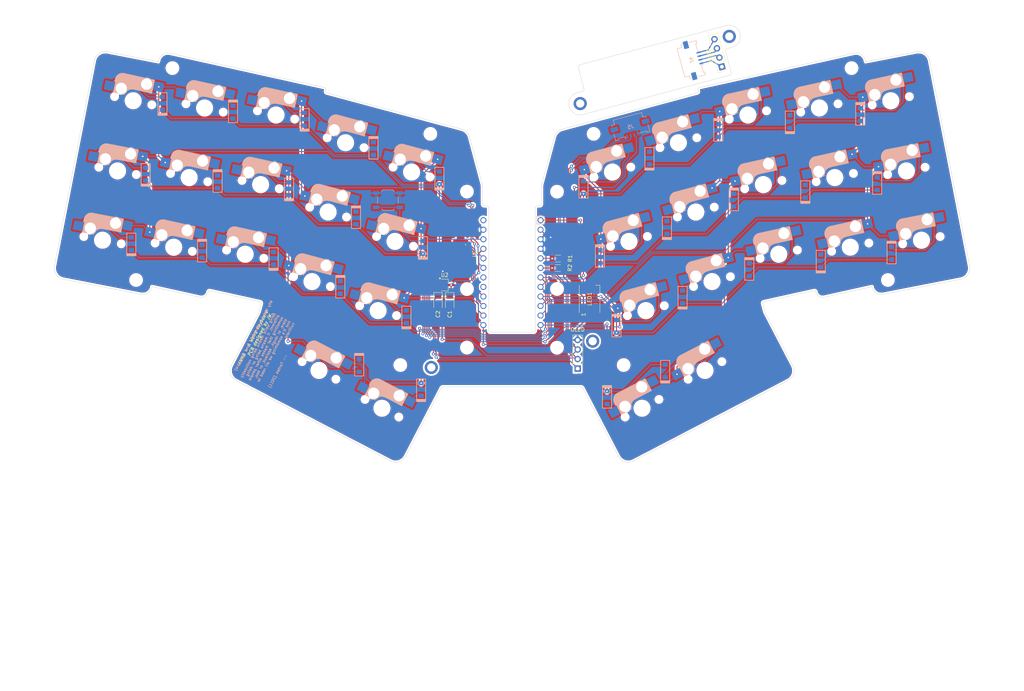
<source format=kicad_pcb>
(kicad_pcb (version 20240108) (generator "pcbnew") (generator_version "8.0")
  (layers (0 "F.Cu" signal) (31 "B.Cu" signal) (34 "B.Paste" user) (35 "F.Paste" user) (36 "B.SilkS" user "B.Silkscreen") (37 "F.SilkS" user "F.Silkscreen") (38 "B.Mask" user) (39 "F.Mask" user) (44 "Edge.Cuts" user))
  (net 0 "")
  (net 1 "row0")
  (net 2 "row1")
  (net 3 "row2")
  (net 4 "row3")
  (net 5 "VCC")
  (net 6 "GND")
  (net 7 "MISO")
  (net 8 "NCS")
  (net 9 "SCL")
  (net 10 "SDA")
  (net 11 "RST")
  (net 12 "col0")
  (net 13 "col1")
  (net 14 "col2")
  (net 15 "col3")
  (net 16 "col4")
  (net 17 "MOSI")
  (net 18 "SCLK")
  (net 21 "LED")
  (net 25 "Net-(D6-K)")
  (net 26 "Net-(D7-A)")
  (net 27 "Net-(D8-K)")
  (net 28 "Net-(D9-A)")
  (net 29 "Net-(D10-K)")
  (net 30 "Net-(D16-K)")
  (net 31 "Net-(D17-A)")
  (net 32 "Net-(D18-K)")
  (net 33 "Net-(D19-A)")
  (net 34 "Net-(D20-K)")
  (net 35 "Net-(D26-K)")
  (net 36 "Net-(D27-A)")
  (net 37 "Net-(D28-K)")
  (net 38 "Net-(D29-A)")
  (net 39 "Net-(D30-K)")
  (net 40 "Net-(D33-A)")
  (net 41 "Net-(D34-K)")
  (net 42 "Net-(D1-A)")
  (net 43 "Net-(D2-K)")
  (net 44 "Net-(D3-A)")
  (net 45 "Net-(D4-K)")
  (net 46 "Net-(D5-A)")
  (net 47 "Net-(D11-A)")
  (net 48 "Net-(D12-K)")
  (net 49 "Net-(D13-A)")
  (net 50 "Net-(D14-K)")
  (net 51 "Net-(D15-A)")
  (net 52 "Net-(D21-A)")
  (net 53 "Net-(D22-K)")
  (net 54 "Net-(D23-A)")
  (net 55 "Net-(D24-K)")
  (net 56 "Net-(D25-A)")
  (net 57 "Net-(D31-A)")
  (net 58 "Net-(D32-K)")
  (net 63 "GND_conn")
  (net 64 "SCL_conn")
  (net 65 "VCC_conn")
  (net 66 "SDA_conn")
  (net 67 "VCC_3.3V")
  (footprint "jw_custom_image:square_1" (layer "F.Cu") (at 82.324694 111.7456)
    (property "Reference" "H1" (hide yes))
    (property "Value" "MountingHole_Pad" (hide yes))
  )
  (footprint "Package_TO_SOT_SMD:TSOT-23_HandSoldering" (layer "F.Cu") (at 132.071 89.0888)
    (property "Reference" "U2")
    (property "Value" "XC6206P332MR")
  )
  (footprint "jw_custom_footprints:Hirose_FH12-12S-0.5SH_1x12-1MP_P0.50mm_Vertical_custom" (layer "F.Cu") (at 136.332 81.0944 90)
    (property "Reference" "J1")
    (property "Value" "Conn_01x12_Socket_vertical_no_lock")
  )
  (footprint "jw_custom_footprints:CherryMX_Hotswap_single_side" (layer "F.Cu") (at 115.346806 121.920781 -27.5)
    (property "Reference" "SW32")
    (property "Value" "SW32" (hide yes))
  )
  (footprint "MountingHole:MountingHole_2.2mm_M2_ISO7380_Pad" (layer "F.Cu") (at 168.177024 40.737246 105)
    (property "Reference" "OH2" (hide yes))
    (property "Value" "OLED cover")
  )
  (footprint "Diode_SMD:D_1206_3216Metric_Pad1.42x1.75mm_HandSolder" (layer "F.Cu") (at 133.4129 93.5338 -90)
    (property "Reference" "C1")
    (property "Value" "2.2uF")
  )
  (footprint "jw_custom_footprints:CherryMX_Hotswap_single_side" (layer "F.Cu") (at 255.092167 58.682972 11)
    (property "Reference" "SW20")
    (property "Value" "SW20" (hide yes))
  )
  (footprint "jw_custom_footprints:CherryMX_Hotswap_single_side" (layer "F.Cu") (at 203.29311 88.173093 15)
    (property "Reference" "SW27")
    (property "Value" "SW27" (hide yes))
  )
  (footprint "jw_custom_footprints:CherryMX_Hotswap_single_side" (layer "F.Cu") (at 176.759887 58.98642 15)
    (property "Reference" "SW6")
    (property "Value" "SW6" (hide yes))
  )
  (footprint "Connector_PinSocket_2.54mm:PinSocket_1x04_P2.54mm_Vertical" (layer "F.Cu") (at 167.499477 111.349 180)
    (property "Reference" "J6")
    (property "Value" "OLED")
  )
  (footprint "jw_custom_footprints:CherryMX_Hotswap_single_side" (layer "F.Cu") (at 118.828399 77.456683 -15)
    (property "Reference" "SW15")
    (property "Value" "SW15" (hide yes))
  )
  (footprint "jw_custom_footprints:CherryMX_Hotswap_single_side" (layer "F.Cu") (at 83.02485 62.32582 -12.5)
    (property "Reference" "SW13")
    (property "Value" "SW13" (hide yes))
  )
  (footprint "MountingHole:MountingHole_3.2mm_M3" (layer "F.Cu") (at 138.000124 90.162334)
    (property "Reference" "TRH5" (hide yes))
    (property "Value" "Trackpad")
  )
  (footprint "MountingHole:MountingHole_3.2mm_M3" (layer "F.Cu") (at 128.250066 48.815518)
    (property "Reference" "TH2")
    (property "Value" "Spacing plate")
  )
  (footprint "jw_custom_footprints:CherryMX_Hotswap_single_side" (layer "F.Cu") (at 114.326735 95.912768 -15)
    (property "Reference" "SW25")
    (property "Value" "SW25" (hide yes))
  )
  (footprint "MountingHole:MountingHole_3.2mm_M3" (layer "F.Cu") (at 120.249066 110.410518)
    (property "Reference" "TH7")
    (property "Value" "Spacing plate")
  )
  (footprint "Connector_PinSocket_2.54mm:PinSocket_1x04_P2.54mm_Vertical" (layer "F.Cu") (at 205.925334 30.933199 -165)
    (property "Reference" "J3")
    (property "Value" "OLED")
  )
  (footprint "jw_custom_footprints:CherryMX_Hotswap_single_side" (layer "F.Cu") (at 194.335582 51.170618 15)
    (property "Reference" "SW7")
    (property "Value" "SW7" (hide yes))
  )
  (footprint "jw_custom_footprints:CherryMX_Hotswap_single_side" (layer "F.Cu") (at 96.70689 88.173093 -15)
    (property "Reference" "SW24")
    (property "Value" "SW24" (hide yes))
  )
  (footprint "jw_custom_footprints:CherryMX_Hotswap_single_side" (layer "F.Cu") (at 231.90982 41.910236 12.5)
    (property "Reference" "SW9")
    (property "Value" "SW9" (hide yes))
  )
  (footprint "jw_custom_footprints:CherryMX_Hotswap_single_side" (layer "F.Cu") (at 184.653194 121.920781 27.5)
    (property "Reference" "SW33")
    (property "Value" "SW33" (hide yes))
  )
  (footprint "jw_custom_footprints:CherryMX_Hotswap_single_side" (layer "F.Cu") (at 216.97515 62.32582 12.5)
    (property "Reference" "SW18")
    (property "Value" "SW18" (hide yes))
  )
  (footprint "jw_custom_footprints:CherryMX_Hotswap_single_side" (layer "F.Cu") (at 185.673265 95.912768 15)
    (property "Reference" "SW26")
    (property "Value" "SW26" (hide yes))
  )
  (footprint "jw_custom_footprints:CherryMX_Hotswap_single_side" (layer "F.Cu") (at 87.137194 43.776236 -12.5)
    (property "Reference" "SW3")
    (property "Value" "SW3" (hide yes))
  )
  (footprint "MountingHole:MountingHole_3.2mm_M3" (layer "F.Cu") (at 161.999961 90.135622)
    (property "Reference" "TRH6" (hide yes))
    (property "Value" "Trackpad")
  )
  (footprint "jw_custom_footprints:CherryMX_Hotswap_single_side" (layer "F.Cu") (at 240.134352 79.008703 12.5)
    (property "Reference" "SW29")
    (property "Value" "SW29" (hide yes))
  )
  (footprint "MountingHole:MountingHole_3.2mm_M3" (layer "F.Cu") (at 179.750934 110.410518)
    (property "Reference" "TH6")
    (property "Value" "Spacing plate")
  )
  (footprint "jw_custom_footprints:CherryMX_Hotswap_single_side" (layer "F.Cu") (at 44.907833 58.682972 -11)
    (property "Reference" "SW11")
    (property "Value" "SW11" (hide yes))
  )
  (footprint "jw_custom_footprints:CherryMX_Hotswap_single_side" (layer "F.Cu") (at 250.936256 39.983518 12.5)
    (property "Reference" "SW10")
    (property "Value" "SW10" (hide yes))
  )
  (footprint "MountingHole:MountingHole_3.2mm_M3" (layer "F.Cu") (at 49.838167 87.750857)
    (property "Reference" "TH8")
    (property "Value" "Spacing plate")
  )
  (footprint "jw_custom_footprints:CherryMX_Hotswap_single_side" (layer "F.Cu") (at 123.240113 58.98642 -15)
    (property "Reference" "SW5")
    (property "Value" "SW5" (hide yes))
  )
  (footprint "Diode_SMD:D_1206_3216Metric_Pad1.42x1.75mm_HandSolder" (layer "F.Cu") (at 130.293 93.5338 -90)
    (property "Reference" "C2")
    (property "Value" "10uF")
  )
  (footprint "jw_custom_footprints:CherryMX_Hotswap_single_side" (layer "F.Cu") (at 40.901273 77.142234 -11)
    (property "Reference" "SW21")
    (property "Value" "SW21" (hide yes))
  )
  (footprint "jw_custom_footprints:CherryMX_Hotswap_single_side" (layer "F.Cu") (at 221.087546 80.87564 12.5)
    (property "Reference" "SW28")
    (property "Value" "SW28" (hide yes))
  )
  (footprint "Resistor_SMD:R_1206_3216Metric_Pad1.30x1.75mm_HandSolder" (layer "F.Cu") (at 162.2208 84.5676)
    (property "Reference" "R2")
    (property "Value" "4.7k")
  )
  (footprint "MountingHole:MountingHole_3.2mm_M3" (layer "F.Cu") (at 171.749934 48.815518)
    (property "Reference" "TH3")
    (property "Value" "Spacing plate")
  )
  (footprint "jw_custom_footprints:CherryMX_Hotswap_single_side" (layer "F.Cu") (at 105.664418 51.170618 -15)
    (property "Reference" "SW4")
    (property "Value" "SW4" (hide yes))
  )
  (footprint "MountingHole:MountingHole_3.2mm_M3" (layer "F.Cu") (at 162 105.78461)
    (property "Reference" "TRH3" (hide yes))
    (property "Value" "Trackpad")
  )
  (footprint "LED_SMD:LED_WS2812B_PLCC4_5.0x5.0mm_P3.2mm" (layer "F.Cu") (at 170.679999 92.7972 90)
    (property "Reference" "LED1")
    (property "Value" "WS2812B")
  )
  (footprint "jw_custom_footprints:CherryMX_Hotswap_single_side" (layer "F.Cu") (at 212.862806 43.776236 12.5)
    (property "Reference" "SW8")
    (property "Value" "SW8" (hide yes))
  )
  (footprint "MountingHole:MountingHole_2.2mm_M2_ISO7380_Pad" (layer "F.Cu") (at 207.900099 22.846548 105)
    (property "Reference" "OH1" (hide yes))
    (property "Value" "OLED cover")
  )
  (footprint "jw_custom_footprints:CherryMX_Hotswap_single_side" (layer "F.Cu") (at 236.022085 60.459471 12.5)
    (property "Reference" "SW19")
    (property "Value" "SW19" (hide yes))
  )
  (footprint "jw_custom_footprints:CherryMX_Hotswap_single_side" (layer "F.Cu") (at 201.430147 111.847994 27.5)
    (property "Reference" "SW34")
    (property "Value" "SW34" (hide yes))
  )
  (footprint "jw_custom_footprints:CherryMX_Hotswap_single_side" (layer "F.Cu") (at 198.99108 69.651679 15)
    (property "Reference" "SW17")
    (property "Value" "SW17" (hide yes))
  )
  (footprint "MountingHole:MountingHole_3.2mm_M3" (layer "F.Cu") (at 250.161833 87.750857)
    (property "Reference" "TH5")
    (property "Value" "Spacing plate")
  )
  (footprint "MountingHole:MountingHole_3.2mm_M3" (layer "F.Cu") (at 162 64.21539)
    (property "Reference" "TRH2" (hide yes))
    (property "Value" "Trackpad")
  )
  (footprint "MountingHole:MountingHole_2.2mm_M2_ISO7380_Pad" (layer "F.Cu") (at 128.499936 111.049001 180)
    (property "Reference" "OH3" (hide yes))
    (property "Value" "OLED cover")
  )
  (footprint "jw_custom_footprints:CherryMX_Hotswap_single_side" (layer "F.Cu") (at 68.09018 41.910236 -12.5)
    (property "Reference" "SW2")
    (property "Value" "SW2" (hide yes))
  )
  (footprint "jw_custom_footprints:CherryMX_Hotswap_single_side" (layer "F.Cu") (at 59.865648 79.008703 -12.5)
    (property "Reference" "SW22")
    (property "Value" "SW22" (hide yes))
  )
  (footprint "jw_custom_footprints:CherryMX_Hotswap_single_side" (layer "F.Cu") (at 49.063744 39.983518 -12.5)
    (property "Reference" "SW1")
    (property "Value" "SW1" (hide yes))
  )
  (footprint "MountingHole:MountingHole_2.2mm_M2_ISO7380_Pad" (layer "F.Cu") (at 171.499933 104.049002)
    (property "Reference" "OH4" (hide yes))
    (property "Value" "OLED cover")
  )
  (footprint "jw_custom_footprints:CherryMX_Hotswap_single_side" (layer "F.Cu") (at 78.912454 80.87564 -12.5)
    (property "Reference" "SW23")
    (property "Value" "SW23" (hide yes))
  )
  (footprint "MountingHole:MountingHole_3.2mm_M3" (layer "F.Cu") (at 59.525928 31.292947)
    (property "Reference" "TH1")
    (property "Value" "Spacing plate")
  )
  (footprint "jw_custom_footprints:CherryMX_Hotswap_single_side" (layer "F.Cu") (at 101.00892 69.651679 -15)
    (property "Reference" "SW14")
    (property "Value" "SW14" (hide yes))
  )
  (footprint "MountingHole:MountingHole_3.2mm_M3" (layer "F.Cu") (at 138 105.75837)
    (property "Reference" "TRH4" (hide yes))
    (property "Value" "Trackpad")
  )
  (footprint "jw_custom_footprints:CherryMX_Hotswap_single_side" (layer "F.Cu") (at 98.569853 111.847994 -27.5)
    (property "Reference" "SW31")
    (property "Value" "SW31" (hide yes))
  )
  (footprint "jw_custom_footprints:CherryMX_Hotswap_single_side" (layer "F.Cu") (at 259.098727 77.142234 11)
    (property "Reference" "SW30")
    (property "Value" "SW30" (hide yes))
  )
  (footprint "jw_custom_footprints:CherryMX_Hotswap_single_side" (layer "F.Cu") (at 181.171601 77.456683 15)
    (property "Reference" "SW16")
    (property "Value" "SW16" (hide yes))
  )
  (footprint "MountingHole:MountingHole_3.2mm_M3" (layer "F.Cu") (at 138 64.18915)
    (property "Reference" "TRH1" (hide yes))
    (property "Value" "Trackpad")
  )
  (footprint "MountingHole:MountingHole_3.2mm_M3" (layer "F.Cu") (at 240.474072 31.292947)
    (property "Reference" "TH4")
    (property "Value" "Spacing plate")
  )
  (footprint "Resistor_SMD:R_1206_3216Metric_Pad1.30x1.75mm_HandSolder" (layer "F.Cu") (at 162.2468 82.0276)
    (property "Reference" "R1")
    (property "Value" "4.7k")
  )
  (footprint "jw_custom_footprints:CherryMX_Hotswap_single_side" (layer "F.Cu") (at 63.977915 60.459471 -12.5)
    (property "Reference" "SW12")
    (property "Value" "SW12" (hide yes))
  )
  (footprint "jw_custom_footprints:Diode_SOD123_SMD" (layer "B.Cu") (at 108.430433 71.205772 -90)
    (property "Reference" "D14")
    (property "Value" "Diode")
  )
  (footprint "jw_custom_footprints:Diode_SOD123_SMD" (layer "B.Cu") (at 75.66727 43.008792 -90)
    (property "Reference" "D2")
    (property "Value" "Diode")
  )
  (footprint "jw_custom_footprints:ProMicro_1.1mm_hole_only" (layer "B.Cu") (at 150.000004 84.5143 180)
    (property "Reference" "U1" (hide yes))
    (property "Value" "ProMicro" (hide yes))
  )
  (footprint "Connector_FFC-FPC:Molex_200528-0040_1x04-1MP_P1.00mm_Horizontal" (layer "B.Cu") (at 181.8804 48.2964 15)
    (property "Reference" "J5")
    (property "Value" "Conn_01x04_Socket")
  )
  (footprint "Connector_FFC-FPC:Molex_200528-0040_1x04-1MP_P1.00mm_Horizontal" (layer "B.Cu") (at 199.169815 28.809286 105)
    (property "Reference" "J4")
    (property "Value" "Conn_01x04_Socket")
  )
  (footprint "jw_custom_footprints:Diode_SOD123_SMD" (layer "B.Cu") (at 113.081732 52.72884 -90)
    (property "Reference" "D4")
    (property "Value" "Diode")
  )
  (footprint "jw_custom_footprints:Diode_SOD123_SMD" (layer "B.Cu") (at 186.627819 55.27231 90)
    (property "Reference" "D7")
    (property "Value" "Diode")
  )
  (footprint "jw_custom_footprints:Diode_SOD123_SMD" (layer "B.Cu") (at 71.560808 61.570744 -90)
    (property "Reference" "D12")
    (property "Value" "Diode")
  )
  (footprint "Button_Switch_SMD:SW_SPST_TL3342" (layer "B.Cu") (at 116.933001 66.4778 180)
    (property "Reference" "Reset_Button1" (hide yes))
    (property "Value" "SW_RST")
  )
  (footprint "jw_custom_footprints:Diode_SOD123_SMD" (layer "B.Cu") (at 242.797151 43.68667 -90)
    (property "Reference" "D10")
    (property "Value" "Diode")
  )
  (footprint "jw_custom_footprints:Diode_SOD123_SMD" (layer "B.Cu") (at 130.661022 60.55469 90)
    (property "Reference" "D5")
    (property "Value" "Diode")
  )
  (footprint "jw_custom_footprints:Diode_SOD123_SMD" (layer "B.Cu") (at 209.100979 66.4688 -90)
    (property "Reference" "D18")
    (property "Value" "Diode")
  )
  (footprint "jw_custom_footprints:Diode_SOD123_SMD" (layer "B.Cu") (at 173.446069 81.564013 -90)
    (property "Reference" "D16")
    (property "Value" "Diode")
  )
  (footprint "jw_custom_footprints:Diode_SOD123_SMD" (layer "B.Cu") (at 126.263482 79.020543 90)
    (property "Reference" "D15")
    (property "Value" "Diode")
  )
  (footprint "jw_custom_footprints:Diode_SOD123_SMD" (layer "B.Cu") (at 56.8616 40.6656 90)
    (property "Reference" "D1")
    (property "Value" "Diode")
  )
  (footprint "jw_custom_footprints:Diode_SOD123_SMD" (layer "B.Cu") (at 121.860257 97.543639 90)
    (property "Reference" "D25")
    (property "Value" "Diode")
  )
  (footprint "jw_custom_footprints:Diode_SOD123_SMD" (layer "B.Cu") (at 177.849294 100.087109 -90)
    (property "Reference" "D26")
    (property "Value" "Diode")
  )
  (footprint "jw_custom_footprints:Diode_SOD123_SMD" (layer "B.Cu") (at 169.048529 63.09816 -90)
    (property "Reference" "D6")
    (property "Value" "Diode")
  )
  (footprint "jw_custom_footprints:Diode_SOD123_SMD" (layer "B.Cu") (at 90.608572 63.433101 90)
    (property "Reference" "D13")
    (property "Value" "Diode")
  )
  (footprint "jw_custom_footprints:Diode_SOD123_SMD" (layer "B.Cu") (at 104.255999 89.728229 -90)
    (property "Reference" "D24")
    (property "Value" "Diode")
  )
  (footprint "jw_custom_footprints:Diode_SOD123_SMD" (layer "B.Cu") (at 247.305698 62.085509 -90)
    (property "Reference" "D20")
    (property "Value" "Diode")
  )
  (footprint "jw_custom_footprints:Diode_SOD123_SMD" (layer "B.Cu") (at 204.969079 47.932126 -90)
    (property "Reference" "D8")
    (property "Value" "Diode")
  )
  (footprint "jw_custom_footprints:Diode_SOD123_SMD" (layer "B.Cu") (at 125.7972 116.91 90)
    (property "Reference" "D32")
    (property "Value" "Diode")
  )
  (footprint "jw_custom_footprints:Diode_SOD123_SMD" (layer "B.Cu") (at 232.271726 82.650499 90)
    (property "Reference" "D29")
    (property "Value" "Diode")
  )
  (footprint "jw_custom_footprints:Diode_SOD123_SMD" (layer "B.Cu") (at 251.146986 80.627509 -90)
    (property "Reference" "D30")
    (property "Value" "Diode")
  )
  (footprint "jw_custom_footprints:Diode_SOD123_SMD" (layer "B.Cu") (at 190.819669 111.974309 90)
    (property "Reference" "D34")
    (property "Value" "Diode")
  )
  (footprint "jw_custom_footprints:Diode_SOD123_SMD" (layer "B.Cu") (at 48.562565 78.084039 90)
    (property "Reference" "D21")
    (property "Value" "Diode")
  )
  (footprint "jw_custom_footprints:Diode_SOD123_SMD" (layer "B.Cu") (at 191.279118 73.749242 90)
    (property "Reference" "D17")
    (property "Value" "Diode")
  )
  (footprint "jw_custom_footprints:Diode_SOD123_SMD" (layer "B.Cu") (at 94.740472 44.896427 90)
    (property "Reference" "D3")
    (property "Value" "Diode")
  )
  (footprint "jw_custom_footprints:Diode_SOD123_SMD" (layer "B.Cu") (at 228.148743 64.114214 90)
    (property "Reference" "D19")
    (property "Value" "Diode")
  )
  (footprint "jw_custom_footprints:Diode_SOD123_SMD" (layer "B.Cu") (at 213.22392 85.006048 -90)
    (property "Reference" "D28")
    (property "Value" "Diode")
  )
  (footprint "jw_custom_footprints:Diode_SOD123_SMD" (layer "B.Cu") (at 52.403853 59.542039 90)
    (property "Reference" "D11")
    (property "Value" "Diode")
  )
  (footprint "jw_custom_footprints:Diode_SOD123_SMD" (layer "B.Cu") (at 195.453552 92.271699 90)
    (property "Reference" "D27")
    (property "Value" "Diode")
  )
  (footprint "jw_custom_footprints:Diode_SOD123_SMD" (layer "B.Cu") (at 175.325669 119.086309 -90)
    (property "Reference" "D33")
    (property "Value" "Diode")
  )
  (footprint "jw_custom_footprints:Diode_SOD123_SMD" (layer "B.Cu") (at 109.2872 110.5124 -90)
    (property "Reference" "D31")
    (property "Value" "Diode")
  )
  (footprint "jw_custom_footprints:Diode_SOD123_SMD" (layer "B.Cu") (at 67.437825 80.107029 -90)
    (property "Reference" "D22")
    (property "Value" "Diode")
  )
  (footprint "jw_custom_footprints:Diode_SOD123_SMD" (layer "B.Cu") (at 86.485631 81.970349 90)
    (property "Reference" "D23")
    (property "Value" "Diode")
  )
  (footprint "jw_custom_footprints:Diode_SOD123_SMD" (layer "B.Cu") (at 224.042281 45.552262 90)
    (property "Reference" "D9")
    (property "Value" "Diode")
  )
  (gr_line (start 157.36 68.0018) (end 156.7264 68.0018) (stroke (width 0.1)) (layer "Edge.Cuts"))
  (gr_arc (start 248.875544 91.557709) (mid 247.000499 91.176288) (end 245.944454 89.580663) (stroke (width 0.1)) (layer "Edge.Cuts"))
  (gr_arc (start 131.136116 116.495126) (mid 131.320231 116.298539) (end 131.579621 116.226) (stroke (width 0.1)) (layer "Edge.Cuts"))
  (gr_line (start 241.155535 27.33154) (end 199.974037 36.461258) (stroke (width 0.1)) (layer "Edge.Cuts"))
  (gr_arc (start 76.496836 114.56881) (mid 75.020905 112.809902) (end 75.22105 110.522531) (stroke (width 0.1)) (layer "Edge.Cuts"))
  (gr_line (start 230.986257 90.868125) (end 231.008121 90.966748) (stroke (width 0.1)) (layer "Edge.Cuts"))
  (gr_arc (start 69.013743 90.868125) (mid 69.189379 90.617397) (end 69.490838 90.564182) (stroke (width 0.1)) (layer "Edge.Cuts"))
  (gr_line (start 28.081801 84.02252) (end 38.713665 29.326322) (stroke (width 0.1)) (layer "Edge.Cuts"))
  (gr_arc (start 54.055546 89.580663) (mid 52.999473 91.176261) (end 51.124456 91.557709) (stroke (width 0.1)) (layer "Edge.Cuts"))
  (gr_line (start 161.3004 49.669603) (end 157.962223 62.127842) (stroke (width 0.1)) (layer "Edge.Cuts"))
  (gr_arc (start 167.650093 31.043313) (mid 167.700067 30.663915) (end 168.003646 30.43094) (stroke (width 0.1)) (layer "Edge.Cuts"))
  (gr_line (start 142.14 62.9043) (end 142.14 67.5018) (stroke (width 0.1)) (layer "Edge.Cuts"))
  (gr_line (start 121.660597 134.697428) (end 131.136116 116.495126) (stroke (width 0.1)) (layer "Edge.Cuts"))
  (gr_arc (start 224.77895 110.522531) (mid 224.979091 112.8099) (end 223.503164 114.56881) (stroke (width 0.1)) (layer "Edge.Cuts"))
  (gr_line (start 150 116.226) (end 131.579621 116.226) (stroke (width 0.1)) (layer "Edge.Cuts"))
  (gr_arc (start 217.529386 96.59625) (mid 217.394392 96.298319) (end 217.29264 95.987461) (stroke (width 0.1)) (layer "Edge.Cuts"))
  (gr_arc (start 100.608703 37.910267) (mid 100.370258 37.731396) (end 100.321712 37.437321) (stroke (width 0.1)) (layer "Edge.Cuts"))
  (gr_line (start 82.70736 95.987461) (end 83.229817 94.037625) (stroke (width 0.1)) (layer "Edge.Cuts"))
  (gr_line (start 136.57828 47.548284) (end 100.608703 37.910267) (stroke (width 0.1)) (layer "Edge.Cuts"))
  (gr_line (start 233.155044 92.334491) (end 245.929263 89.502515) (stroke (width 0.1)) (layer "Edge.Cuts"))
  (gr_line (start 167.400559 37.83947) (end 168.849452 37.45124) (stroke (width 0.1)) (layer "Edge.Cuts"))
  (gr_arc (start 233.155044 92.334491) (mid 231.798289 92.095288) (end 231.008121 90.966748) (stroke (width 0.1)) (layer "Edge.Cuts"))
  (gr_line (start 224.77895 110.522531) (end 217.529386 96.59625) (stroke (width 0.1)) (layer "Edge.Cuts"))
  (gr_arc (start 156.2264 101.1618) (mid 156.079953 101.515353) (end 155.7264 101.6618) (stroke (width 0.1)) (layer "Edge.Cuts"))
  (gr_line (start 245.929263 89.502515) (end 245.944454 89.580663) (stroke (width 0.1)) (layer "Edge.Cuts"))
  (gr_arc (start 38.713665 29.326322) (mid 39.980988 27.411663) (end 42.230974 26.953867) (stroke (width 0.1)) (layer "Edge.Cuts"))
  (gr_line (start 142.037777 62.127842) (end 138.6996 49.669603) (stroke (width 0.1)) (layer "Edge.Cuts"))
  (gr_arc (start 100.025963 36.461258) (mid 100.339399 36.680784) (end 100.40589 37.057628) (stroke (width 0.1)) (layer "Edge.Cuts"))
  (gr_line (start 244.207969 29.58987) (end 244.150701 29.295255) (stroke (width 0.1)) (layer "Edge.Cuts"))
  (gr_line (start 199.678288 37.437321) (end 199.59411 37.057628) (stroke (width 0.1)) (layer "Edge.Cuts"))
  (gr_line (start 168.953472 43.635026) (end 208.073476 33.152851) (stroke (width 0.1)) (layer "Edge.Cuts"))
  (gr_line (start 156.2264 101.1618) (end 156.2264 68.5018) (stroke (width 0.1)) (layer "Edge.Cuts"))
  (gr_line (start 182.385682 135.973214) (end 223.503164 114.56881) (stroke (width 0.1)) (layer "Edge.Cuts"))
  (gr_line (start 54.070737 89.502515) (end 66.844956 92.334491) (stroke (width 0.1)) (layer "Edge.Cuts"))
  (gr_line (start 208.676551 25.744326) (end 207.227667 26.132552) (stroke (width 0.1)) (layer "Edge.Cuts"))
  (gr_arc (start 144.2736 101.6618) (mid 143.920047 101.515353) (end 143.7736 101.1618) (stroke (width 0.1)) (layer "Edge.Cuts"))
  (gr_line (start 216.770183 94.037625) (end 217.29264 95.987461) (stroke (width 0.1)) (layer "Edge.Cuts"))
  (gr_line (start 261.286335 29.326322) (end 271.918199 84.02252) (stroke (width 0.1)) (layer "Edge.Cuts"))
  (gr_arc (start 241.155535 27.33154) (mid 243.067329 27.681625) (end 244.150701 29.295255) (stroke (width 0.1)) (layer "Edge.Cuts"))
  (gr_line (start 257.769026 26.953867) (end 244.207969 29.58987) (stroke (width 0.1)) (layer "Edge.Cuts"))
  (gr_arc (start 157.86 62.9043) (mid 157.885665 62.512721) (end 157.962223 62.127842) (stroke (width 0.1)) (layer "Edge.Cuts"))
  (gr_arc (start 182.385682 135.973214) (mid 180.098302 136.173357) (end 178.339403 134.697428) (stroke (width 0.1)) (layer "Edge.Cuts"))
  (gr_arc (start 216.770183 94.037625) (mid 216.814589 93.726581) (end 217.069976 93.543578) (stroke (width 0.1)) (layer "Edge.Cuts"))
  (gr_line (start 169.203007 36.838867) (end 167.650093 31.043313) (stroke (width 0.1)) (layer "Edge.Cuts"))
  (gr_arc (start 157.86 67.5018) (mid 157.713553 67.855353) (end 157.36 68.0018) (stroke (width 0.1)) (layer "Edge.Cuts"))
  (gr_arc (start 68.991879 90.966748) (mid 68.201693 92.09526) (end 66.844956 92.334491) (stroke (width 0.1)) (layer "Edge.Cuts"))
  (gr_arc (start 121.660597 134.697428) (mid 119.90167 136.173334) (end 117.614318 135.973214) (stroke (width 0.1)) (layer "Edge.Cuts"))
  (gr_arc (start 82.70736 95.987461) (mid 82.605612 96.298321) (end 82.470614 96.59625) (stroke (width 0.1)) (layer "Edge.Cuts"))
  (gr_line (start 55.849299 29.295255) (end 55.792031 29.58987) (stroke (width 0.1)) (layer "Edge.Cuts"))
  (gr_line (start 206.874116 26.744925) (end 208.427029 32.54048) (stroke (width 0.1)) (layer "Edge.Cuts"))
  (gr_arc (start 55.849299 29.295255) (mid 56.932619 27.681547) (end 58.844465 27.33154) (stroke (width 0.1)) (layer "Edge.Cuts"))
  (gr_line (start 143.2736 68.0018) (end 142.64 68.0018) (stroke (width 0.1)) (layer "Edge.Cuts"))
  (gr_arc (start 30.454256 87.539829) (mid 28.539544 86.272543) (end 28.081801 84.02252) (stroke (width 0.1)) (layer "Edge.Cuts"))
  (gr_line (start 144.2736 101.6618) (end 150 101.6618) (stroke (width 0.1)) (layer "Edge.Cuts"))
  (gr_arc (start 169.203007 36.838867) (mid 169.153044 37.218278) (end 168.849452 37.45124) (stroke (width 0.1)) (layer "Edge.Cuts"))
  (gr_line (start 157.86 67.5018) (end 157.86 62.9043) (stroke (width 0.1)) (layer "Edge.Cuts"))
  (gr_arc (start 230.509162 90.564182) (mid 230.810696 90.617313) (end 230.986257 90.868125) (stroke (width 0.1)) (layer "Edge.Cuts"))
  (gr_arc (start 208.427029 32.54048) (mid 208.37711 32.91991) (end 208.073476 33.152851) (stroke (width 0.1)) (layer "Edge.Cuts"))
  (gr_arc (start 142.64 68.0018) (mid 142.286447 67.855353) (end 142.14 67.5018) (stroke (width 0.1)) (layer "Edge.Cuts"))
  (gr_arc (start 257.769026 26.953867) (mid 260.01901 27.41166) (end 261.286335 29.326322) (stroke (width 0.1)) (layer "Edge.Cuts"))
  (gr_arc (start 136.57828 47.548284) (mid 137.923144 48.324742) (end 138.6996 49.669603) (stroke (width 0.1)) (layer "Edge.Cuts"))
  (gr_line (start 100.40589 37.057628) (end 100.321712 37.437321) (stroke (width 0.1)) (layer "Edge.Cuts"))
  (gr_arc (start 207.123635 19.948771) (mid 210.797827 22.070095) (end 208.676551 25.744326) (stroke (width 0.1)) (layer "Edge.Cuts"))
  (gr_line (start 143.7736 68.5018) (end 143.7736 101.1618) (stroke (width 0.1)) (layer "Edge.Cuts"))
  (gr_line (start 68.991879 90.966748) (end 69.013743 90.868125) (stroke (width 0.1)) (layer "Edge.Cuts"))
  (gr_line (start 55.792031 29.58987) (end 42.230974 26.953867) (stroke (width 0.1)) (layer "Edge.Cuts"))
  (gr_line (start 76.496836 114.56881) (end 117.614318 135.973214) (stroke (width 0.1)) (layer "Edge.Cuts"))
  (gr_line (start 54.055546 89.580663) (end 54.070737 89.502515) (stroke (width 0.1)) (layer "Edge.Cuts"))
  (gr_arc (start 168.420379 116.226) (mid 168.679774 116.298536) (end 168.863884 116.495126) (stroke (width 0.1)) (layer "Edge.Cuts"))
  (gr_line (start 150 101.6618) (end 155.7264 101.6618) (stroke (width 0.1)) (layer "Edge.Cuts"))
  (gr_arc (start 199.59411 37.057628) (mid 199.660557 36.680745) (end 199.974037 36.461258) (stroke (width 0.1)) (layer "Edge.Cuts"))
  (gr_arc (start 168.953472 43.635026) (mid 165.279167 41.513711) (end 167.400559 37.83947) (stroke (width 0.1)) (layer "Edge.Cuts"))
  (gr_arc (start 161.3004 49.669603) (mid 162.076857 48.32474) (end 163.42172 47.548284) (stroke (width 0.1)) (layer "Edge.Cuts"))
  (gr_line (start 178.339403 134.697428) (end 168.863884 116.495126) (stroke (width 0.1)) (layer "Edge.Cuts"))
  (gr_line (start 199.391297 37.910267) (end 163.42172 47.548284) (stroke (width 0.1)) (layer "Edge.Cuts"))
  (gr_arc (start 156.2264 68.5018) (mid 156.372847 68.148247) (end 156.7264 68.0018) (stroke (width 0.1)) (layer "Edge.Cuts"))
  (gr_arc (start 271.918199 84.02252) (mid 271.460453 86.272541) (end 269.545744 87.539829) (stroke (width 0.1)) (layer "Edge.Cuts"))
  (gr_arc (start 82.930024 93.543578) (mid 83.185448 93.726578) (end 83.229817 94.037625) (stroke (width 0.1)) (layer "Edge.Cuts"))
  (gr_line (start 69.490838 90.564182) (end 82.930024 93.543578) (stroke (width 0.1)) (layer "Edge.Cuts"))
  (gr_line (start 30.454256 87.539829) (end 51.124456 91.557709) (stroke (width 0.1)) (layer "Edge.Cuts"))
  (gr_line (start 82.470614 96.59625) (end 75.22105 110.522531) (stroke (width 0.1)) (layer "Edge.Cuts"))
  (gr_line (start 217.069976 93.543578) (end 230.509162 90.564182) (stroke (width 0.1)) (layer "Edge.Cuts"))
  (gr_line (start 100.025963 36.461258) (end 58.844465 27.33154) (stroke (width 0.1)) (layer "Edge.Cuts"))
  (gr_arc (start 143.2736 68.0018) (mid 143.627153 68.148247) (end 143.7736 68.5018) (stroke (width 0.1)) (layer "Edge.Cuts"))
  (gr_line (start 248.875544 91.557709) (end 269.545744 87.539829) (stroke (width 0.1)) (layer "Edge.Cuts"))
  (gr_arc (start 142.037777 62.127842) (mid 142.114337 62.512721) (end 142.14 62.9043) (stroke (width 0.1)) (layer "Edge.Cuts"))
  (gr_line (start 207.123635 19.948771) (end 168.003646 30.43094) (stroke (width 0.1)) (layer "Edge.Cuts"))
  (gr_line (start 150 116.226) (end 168.420379 116.226) (stroke (width 0.1)) (layer "Edge.Cuts"))
  (gr_arc (start 206.874116 26.744925) (mid 206.924083 26.365524) (end 207.227667 26.132552) (stroke (width 0.1)) (layer "Edge.Cuts"))
  (gr_arc (start 199.678288 37.437321) (mid 199.629735 37.731402) (end 199.391297 37.910267) (stroke (width 0.1)) (layer "Edge.Cuts"))
  (gr_text "Why Weird is Wonderful (and Bankable)\n\n	Being weird means being noticeably \n	different. It means being or doing \n	something that makes other people \n	stare, or laugh, applaud, or boo. \n	And it's something we all need to \n	cultivate.\n\n				-- Forbes (2011)" (at 90.542 95.4388 62.5) (layer "B.SilkS") (effects (font (size 0.7 0.7) (thickness 0.125) (bold yes) (italic yes)) (justify left mirror)))
  (gr_text "AWKB - A Weird Keyboard\nPCB designed by JW." (at 85.2588 96.1868 62.5) (layer "F.SilkS") (effects (font (size 0.8 0.8) (thickness 0.15) (italic yes)) (justify right)))
  (segment (start 126.713482 101.508535) (end 126.713482 85.93313) (width 0.25) (layer "F.Cu") (net 1))
  (segment (start 169.0534 86.4726) (end 169.048529 86.467729) (width 0.25) (layer "F.Cu") (net 1))
  (segment (start 130.661022 81.98559) (end 130.661022 62.25469) (width 0.25) (layer "F.Cu") (net 1))
  (segment (start 158.9696 88.416397) (end 157.610003 87.0568) (width 0.25) (layer "F.Cu") (net 1))
  (segment (start 127.215569 102.5292) (end 127.215569 102.010622) (width 0.25) (layer "F.Cu") (net 1))
  (segment (start 159.4196 90.77) (end 158.9696 90.32) (width 0.25) (layer "F.Cu") (net 1))
  (segment (start 160.0938 93.335804) (end 159.4196 92.661604) (width 0.25) (layer "F.Cu") (net 1))
  (segment (start 160.0938 101.699211) (end 160.0938 93.335804) (width 0.25) (layer "F.Cu") (net 1))
  (segment (start 169.048529 86.467729) (end 169.048529 64.79816) (width 0.25) (layer "F.Cu") (net 1))
  (segment (start 158.845064 102.947947) (end 160.0938 101.699211) (width 0.25) (layer "F.Cu") (net 1))
  (segment (start 127.215569 102.010622) (end 126.713482 101.508535) (width 0.25) (layer "F.Cu") (net 1))
  (segment (start 158.9696 90.32) (end 158.9696 88.416397) (width 0.25) (layer "F.Cu") (net 1))
  (segment (start 126.713482 85.93313) (end 130.661022 81.98559) (width 0.25) (layer "F.Cu") (net 1))
  (segment (start 159.4196 92.661604) (end 159.4196 90.77) (width 0.25) (layer "F.Cu") (net 1))
  (via (at 169.048529 64.79816) (size 0.8) (drill 0.4) (layers "F.Cu" "B.Cu") (net 1))
  (via (at 169.0534 86.4726) (size 0.8) (drill 0.4) (layers "F.Cu" "B.Cu") (net 1))
  (via (at 130.661022 62.25469) (size 0.8) (drill 0.4) (layers "F.Cu" "B.Cu") (net 1))
  (via (at 127.215569 102.5292) (size 0.8) (drill 0.4) (layers "F.Cu" "B.Cu") (net 1))
  (via (at 158.845064 102.947947) (size 0.8) (drill 0.4) (layers "F.Cu" "B.Cu") (net 1))
  (segment (start 224.042281 47.252262) (end 207.348943 47.252262) (width 0.25) (layer "B.Cu") (net 1))
  (segment (start 127.490569 102.2542) (end 140.157796 102.2542) (width 0.25) (layer "B.Cu") (net 1))
  (segment (start 56.8616 42.3656) (end 59.204792 44.708792) (width 0.25) (layer "B.Cu") (net 1))
  (segment (start 140.157796 102.2542) (end 141.540396 103.6368) (width 0.25) (layer "B.Cu") (net 1))
  (segment (start 168.4692 87.0568) (end 157.610003 87.0568) (width 0.25) (layer "B.Cu") (net 1))
  (segment (start 77.554905 46.596427) (end 94.740472 46.596427) (width 0.25) (layer "B.Cu") (net 1))
  (segment (start 75.66727 44.708792) (end 77.554905 46.596427) (width 0.25) (layer "B.Cu") (net 1))
  (segment (start 204.969079 49.632126) (end 204.47685 49.632126) (width 0.25) (layer "B.Cu") (net 1))
  (segment (start 102.572885 54.42884) (end 113.081732 54.42884) (width 0.25) (layer "B.Cu") (net 1))
  (segment (start 242.797151 45.38667) (end 225.907873 45.38667) (width 0.25) (layer "B.Cu") (net 1))
  (segment (start 225.907873 45.38667) (end 224.042281 47.252262) (width 0.25) (layer "B.Cu") (net 1))
  (segment (start 207.348943 47.252262) (end 204.969079 49.632126) (width 0.25) (layer "B.Cu") (net 1))
  (segment (start 158.156211 103.6368) (end 158.845064 102.947947) (width 0.25) (layer "B.Cu") (net 1))
  (segment (start 120.907582 62.25469) (end 130.661022 62.25469) (width 0.25) (layer "B.Cu") (net 1))
  (segment (start 169.048529 64.79816) (end 178.801969 64.79816) (width 0.25) (layer "B.Cu") (net 1))
  (segment (start 94.740472 46.596427) (end 102.572885 54.42884) (width 0.25) (layer "B.Cu") (net 1))
  (segment (start 141.540396 103.6368) (end 158.156211 103.6368) (width 0.25) (layer "B.Cu") (net 1))
  (segment (start 197.136666 56.97231) (end 186.627819 56.97231) (width 0.25) (layer "B.Cu") (net 1))
  (segment (start 204.47685 49.632126) (end 197.136666 56.97231) (width 0.25) (layer "B.Cu") (net 1))
  (segment (start 178.801969 64.79816) (end 186.627819 56.97231) (width 0.25) (layer "B.Cu") (net 1))
  (segment (start 169.0534 86.4726) (end 168.4692 87.0568) (width 0.25) (layer "B.Cu") (net 1))
  (segment (start 127.215569 102.5292) (end 127.490569 102.2542) (width 0.25) (layer "B.Cu") (net 1))
  (segment (start 113.081732 54.42884) (end 120.907582 62.25469) (width 0.25) (layer "B.Cu") (net 1))
  (segment (start 59.204792 44.708792) (end 75.66727 44.708792) (width 0.25) (layer "B.Cu") (net 1))
  (segment (start 126.263482 102.07456) (end 126.263482 80.720543) (width 0.25) (layer "F.Cu") (net 2))
  (segment (start 159.6438 101.123906) (end 159.6438 93.5222) (width 0.25) (layer "F.Cu") (net 2))
  (segment (start 159.6438 93.5222) (end 158.9696 92.848) (width 0.25) (layer "F.Cu") (net 2))
  (segment (start 126.258842 102.0792) (end 126.263482 102.07456) (width 0.25) (layer "F.Cu") (net 2))
  (segment (start 158.839172 101.928534) (end 159.6438 101.123906) (width 0.25) (layer "F.Cu") (net 2))
  (segment (start 158.9696 90.956396) (end 157.610004 89.5968) (width 0.25) (layer "F.Cu") (net 2))
  (segment (start 158.9696 92.848) (end 158.9696 90.956396) (width 0.25) (layer "F.Cu") (net 2))
  (via (at 158.839172 101.928534) (size 0.8) (drill 0.4) (layers "F.Cu" "B.Cu") (net 2))
  (via (at 126.258842 102.0792) (size 0.8) (drill 0.4) (layers "F.Cu" "B.Cu") (net 2))
  (via (at 126.263482 80.720543) (size 0.8) (drill 0.4) (layers "F.Cu" "B.Cu") (net 2))
  (segment (start 126.258842 102.0792) (end 126.533842 101.8042) (width 0.25) (layer "B.Cu") (net 2))
  (segment (start 169.224 87.5068) (end 169.2312 87.4996) (width 0.25) (layer "B.Cu") (net 2))
  (segment (start 159.700004 87.5068) (end 169.224 87.5068) (width 0.25) (layer "B.Cu") (net 2))
  (segment (start 108.430433 72.927233) (end 116.223743 80.720543) (width 0.25) (layer "B.Cu") (net 2))
  (segment (start 183.464347 83.264013) (end 191.279118 75.449242) (width 0.25) (layer "B.Cu") (net 2))
  (segment (start 211.455565 65.814214) (end 209.100979 68.1688) (width 0.25) (layer "B.Cu") (net 2))
  (segment (start 52.403853 61.242039) (end 54.432558 63.270744) (width 0.25) (layer "B.Cu") (net 2))
  (segment (start 140.344192 101.8042) (end 141.726792 103.1868) (width 0.25) (layer "B.Cu") (net 2))
  (segment (start 126.533842 101.8042) (end 140.344192 101.8042) (width 0.25) (layer "B.Cu") (net 2))
  (segment (start 247.305698 63.785509) (end 230.177448 63.785509) (width 0.25) (layer "B.Cu") (net 2))
  (segment (start 90.608572 65.133101) (end 98.381243 72.905772) (width 0.25) (layer "B.Cu") (net 2))
  (segment (start 108.430433 72.905772) (end 108.430433 72.927233) (width 0.25) (layer "B.Cu") (net 2))
  (segment (start 157.610004 89.5968) (end 159.700004 87.5068) (width 0.25) (layer "B.Cu") (net 2))
  (segment (start 141.726792 103.1868) (end 157.580906 103.1868) (width 0.25) (layer "B.Cu") (net 2))
  (segment (start 201.820537 75.449242) (end 191.279118 75.449242) (width 0.25) (layer "B.Cu") (net 2))
  (segment (start 73.423165 65.133101) (end 90.608572 65.133101) (width 0.25) (layer "B.Cu") (net 2))
  (segment (start 157.580906 103.1868) (end 158.839172 101.928534) (width 0.25) (layer "B.Cu") (net 2))
  (segment (start 116.223743 80.720543) (end 126.263482 80.720543) (width 0.25) (layer "B.Cu") (net 2))
  (segment (start 209.100979 68.1688) (end 201.820537 75.449242) (width 0.25) (layer "B.Cu") (net 2))
  (segment (start 169.2312 87.4996) (end 169.2312 87.478882) (width 0.25) (layer "B.Cu") (net 2))
  (segment (start 169.2312 87.478882) (end 173.446069 83.264013) (width 0.25) (layer "B.Cu") (net 2))
  (segment (start 54.432558 63.270744) (end 71.560808 63.270744) (width 0.25) (layer "B.Cu") (net 2))
  (segment (start 228.148743 65.814214) (end 211.455565 65.814214) (width 0.25) (layer "B.Cu") (net 2))
  (segment (start 98.381243 72.905772) (end 108.430433 72.905772) (width 0.25) (layer "B.Cu") (net 2))
  (segment (start 71.560808 63.270744) (end 73.423165 65.133101) (width 0.25) (layer "B.Cu") (net 2))
  (segment (start 230.177448 63.785509) (end 228.148743 65.814214) (width 0.25) (layer "B.Cu") (net 2))
  (segment (start 173.446069 83.264013) (end 183.464347 83.264013) (width 0.25) (layer "B.Cu") (net 2))
  (segment (start 173.741 92.1368) (end 177.849294 96.245094) (width 0.25) (layer "F.Cu") (net 3))
  (segment (start 158.9188 93.445596) (end 157.610004 92.1368) (width 0.25) (layer "F.Cu") (net 3))
  (segment (start 177.849294 96.245094) (end 177.849294 101.787109) (width 0.25) (layer "F.Cu") (net 3))
  (segment (start 173.6508 92.1368) (end 173.741 92.1368) (width 0.25) (layer "F.Cu") (net 3))
  (segment (start 158.9188 100.8236) (end 158.9188 93.445596) (width 0.25) (layer "F.Cu") (net 3))
  (via (at 158.9188 100.8236) (size 0.8) (drill 0.4) (layers "F.Cu" "B.Cu") (net 3))
  (via (at 173.6508 92.1368) (size 0.8) (drill 0.4) (layers "F.Cu" "B.Cu") (net 3))
  (via (at 177.849294 101.787109) (size 0.8) (drill 0.4) (layers "F.Cu" "B.Cu") (net 3))
  (segment (start 205.958269 93.971699) (end 195.453552 93.971699) (width 0.25) (layer "B.Cu") (net 3))
  (segment (start 69.643549 83.670349) (end 86.485631 83.670349) (width 0.25) (layer "B.Cu") (net 3))
  (segment (start 94.243511 91.428229) (end 104.255999 91.428229) (width 0.25) (layer "B.Cu") (net 3))
  (segment (start 157.0056 102.7368) (end 141.913188 102.7368) (width 0.25) (layer "B.Cu") (net 3))
  (segment (start 48.562565 79.784039) (end 50.585555 81.807029) (width 0.25) (layer "B.Cu") (net 3))
  (segment (start 50.585555 81.807029) (end 67.437825 81.807029) (width 0.25) (layer "B.Cu") (net 3))
  (segment (start 86.485631 83.670349) (end 94.243511 91.428229) (width 0.25) (layer "B.Cu") (net 3))
  (segment (start 140.530588 101.3542) (end 123.970818 101.3542) (width 0.25) (layer "B.Cu") (net 3))
  (segment (start 215.579469 84.350499) (end 213.22392 86.706048) (width 0.25) (layer "B.Cu") (net 3))
  (segment (start 158.9188 100.8236) (end 157.0056 102.7368) (width 0.25) (layer "B.Cu") (net 3))
  (segment (start 234.294716 82.327509) (end 232.271726 84.350499) (width 0.25) (layer "B.Cu") (net 3))
  (segment (start 141.913188 102.7368) (end 140.530588 101.3542) (width 0.25) (layer "B.Cu") (net 3))
  (segment (start 187.638142 101.787109) (end 177.849294 101.787109) (width 0.25) (layer "B.Cu") (net 3))
  (segment (start 123.970818 101.3542) (end 121.860257 99.243639) (width 0.25) (layer "B.Cu") (net 3))
  (segment (start 104.255999 91.428229) (end 112.071409 99.243639) (width 0.25) (layer "B.Cu") (net 3))
  (segment (start 232.271726 84.350499) (end 215.579469 84.350499) (width 0.25) (layer "B.Cu") (net 3))
  (segment (start 195.453552 93.971699) (end 187.638142 101.787109) (width 0.25) (layer "B.Cu") (net 3))
  (segment (start 67.780229 81.807029) (end 69.643549 83.670349) (width 0.25) (layer "B.Cu") (net 3))
  (segment (start 173.6508 92.1368) (end 157.610004 92.1368) (width 0.25) (layer "B.Cu") (net 3))
  (segment (start 251.146986 82.327509) (end 234.294716 82.327509) (width 0.25) (layer "B.Cu") (net 3))
  (segment (start 112.071409 99.243639) (end 121.860257 99.243639) (width 0.25) (layer "B.Cu") (net 3))
  (segment (start 213.22392 86.706048) (end 205.958269 93.971699) (width 0.25) (layer "B.Cu") (net 3))
  (segment (start 67.437825 81.807029) (end 67.780229 81.807029) (width 0.25) (layer "B.Cu") (net 3))
  (segment (start 125.797199 103.261999) (end 125.797199 115.21) (width 0.25) (layer "F.Cu") (net 4))
  (segment (start 125.3693 102.8341) (end 125.797199 103.261999) (width 0.25) (layer "F.Cu") (net 4))
  (segment (start 175.325668 99.4818) (end 175.325668 117.386309) (width 0.25) (layer "F.Cu") (net 4))
  (segment (start 125.3693 100.6292) (end 125.3693 102.8341) (width 0.25) (layer "F.Cu") (net 4))
  (via (at 125.3693 100.6292) (size 0.8) (drill 0.4) (layers "F.Cu" "B.Cu") (net 4))
  (via (at 175.325668 117.386309) (size 0.8) (drill 0.4) (layers "F.Cu" "B.Cu") (net 4))
  (via (at 175.325668 99.4818) (size 0.8) (drill 0.4) (layers "F.Cu" "B.Cu") (net 4))
  (via (at 125.797199 115.21) (size 0.8) (drill 0.4) (layers "F.Cu" "B.Cu") (net 4))
  (segment (start 125.3693 100.6292) (end 125.6443 100.9042) (width 0.25) (layer "B.Cu") (net 4))
  (segment (start 142.099584 102.2868) (end 156.819204 102.2868) (width 0.25) (layer "B.Cu") (net 4))
  (segment (start 109.287199 109.626002) (end 109.287199 108.8124) (width 0.25) (layer "B.Cu") (net 4))
  (segment (start 140.716984 100.9042) (end 142.099584 102.2868) (width 0.25) (layer "B.Cu") (net 4))
  (segment (start 112.3452 115.21) (end 111.185 114.0498) (width 0.25) (layer "B.Cu") (net 4))
  (segment (start 175.325668 99.4818) (end 175.050668 99.7568) (width 0.25) (layer "B.Cu") (net 4))
  (segment (start 125.6443 100.9042) (end 140.716984 100.9042) (width 0.25) (layer "B.Cu") (net 4))
  (segment (start 111.185 111.523803) (end 109.287199 109.626002) (width 0.25) (layer "B.Cu") (net 4))
  (segment (start 111.185 114.0498) (end 111.185 111.523803) (width 0.25) (layer "B.Cu") (net 4))
  (segment (start 156.819204 102.2868) (end 157.610004 101.496) (width 0.25) (layer "B.Cu") (net 4))
  (segment (start 157.610004 101.496) (end 157.610004 99.7568) (width 0.25) (layer "B.Cu") (net 4))
  (segment (start 190.819668 110.274309) (end 187.071491 110.274309) (width 0.25) (layer "B.Cu") (net 4))
  (segment (start 179.959491 117.386309) (end 175.325668 117.386309) (width 0.25) (layer "B.Cu") (net 4))
  (segment (start 187.071491 110.274309) (end 179.959491 117.386309) (width 0.25) (layer "B.Cu") (net 4))
  (segment (start 175.050668 99.7568) (end 157.610004 99.7568) (width 0.25) (layer "B.Cu") (net 4))
  (segment (start 125.797199 115.21) (end 112.3452 115.21) (width 0.25) (layer "B.Cu") (net 4))
  (segment (start 133.781 89.0888) (end 133.781 89.9696) (width 0.3) (layer "F.Cu") (net 5))
  (segment (start 133.4129 90.3377) (end 133.4129 92.0463) (width 0.3) (layer "F.Cu") (net 5))
  (segment (start 133.781 89.9696) (end 133.4129 90.3377) (width 0.3) (layer "F.Cu") (net 5))
  (segment (start 141.1388 80.668004) (end 142.370004 79.4368) (width 0.3) (layer "F.Cu") (net 5))
  (segment (start 141.1388 85.7868) (end 141.1388 80.668004) (width 0.3) (layer "F.Cu") (net 5))
  (via (at 141.1388 85.7868) (size 0.8) (drill 0.4) (layers "F.Cu" "B.Cu") (net 5))
  (via (at 133.781 89.0888) (size 0.8) (drill 0.4) (layers "F.Cu" "B.Cu") (net 5))
  (segment (start 134.9605 87.9093) (end 133.781 89.0888) (width 0.3) (layer "B.Cu") (net 5))
  (segment (start 134.9605 87.9093) (end 139.0163 87.9093) (width 0.3) (layer "B.Cu") (net 5))
  (segment (start 139.0163 87.9093) (end 141.1388 85.7868) (width 0.3) (layer "B.Cu") (net 5))
  (segment (start 131.563 85.4058) (end 133.6244 83.3444) (width 0.3) (layer "F.Cu") (net 6))
  (segment (start 157.610004 76.8968) (end 157.610004 77.329004) (width 0.3) (layer "F.Cu") (net 6))
  (segment (start 133.6244 83.3444) (end 135.132 83.3444) (width 0.3) (layer "F.Cu") (net 6))
  (via (at 131.563 85.4058) (size 0.8) (drill 0.4) (layers "F.Cu" "B.Cu") (net 6))
  (via (at 160.2904 76.3888) (size 0.8) (drill 0.4) (layers "F.Cu" "B.Cu") (net 6))
  (segment (start 141.0372 91.440392) (end 140.5872 90.990392) (width 0.25) (layer "F.Cu") (net 7))
  (segment (start 140.5872 90.990392) (end 140.5872 88.358004) (width 0.25) (layer "F.Cu") (net 7))
  (segment (start 142.370004 94.6768) (end 141.0372 93.343996) (width 0.25) (layer "F.Cu") (net 7))
  (segment (start 139.6838 79.862796) (end 138.665404 78.8444) (width 0.25) (layer "F.Cu") (net 7))
  (segment (start 138.665404 78.8444) (end 137.532 78.8444) (width 0.25) (layer "F.Cu") (net 7))
  (segment (start 139.6838 87.454604) (end 139.6838 79.862796) (width 0.25) (layer "F.Cu") (net 7))
  (segment (start 140.5872 88.358004) (end 139.6838 87.454604) (width 0.25) (layer "F.Cu") (net 7))
  (segment (start 141.0372 93.343996) (end 141.0372 91.440392) (width 0.25) (layer "F.Cu") (net 7))
  (segment (start 128.1086 102.267257) (end 127.163482 101.322139) (width 0.25) (layer "F.Cu") (net 8))
  (segment (start 133.938608 79.3444) (end 135.132 79.3444) (width 0.25) (layer "F.Cu") (net 8))
  (segment (start 158.8172 104.1764) (end 160.5438 102.4498) (width 0.25) (layer "F.Cu") (net 8))
  (segment (start 159.4196 88.230001) (end 159.0712 87.881601) (width 0.25) (layer "F.Cu") (net 8))
  (segment (start 160.5438 102.4498) (end 160.5438 93.149408) (width 0.25) (layer "F.Cu") (net 8))
  (segment (start 159.8696 92.475208) (end 159.8696 90.583604) (width 0.25) (layer "F.Cu") (net 8))
  (segment (start 160.5438 93.149408) (end 159.8696 92.475208) (width 0.25) (layer "F.Cu") (net 8))
  (segment (start 127.163482 101.322139) (end 127.163482 86.119526) (width 0.25) (layer "F.Cu") (net 8))
  (segment (start 159.8696 90.583604) (end 159.4196 90.133604) (width 0.25) (layer "F.Cu") (net 8))
  (segment (start 128.1086 102.9792) (end 128.1086 102.267257) (width 0.25) (layer "F.Cu") (net 8))
  (segment (start 159.0712 75.817996) (end 157.610004 74.3568) (width 0.25) (layer "F.Cu") (net 8))
  (segment (start 127.163482 86.119526) (end 133.938608 79.3444) (width 0.25) (layer "F.Cu") (net 8))
  (segment (start 159.4196 90.133604) (end 159.4196 88.230001) (width 0.25) (layer "F.Cu") (net 8))
  (segment (start 159.0712 87.881601) (end 159.0712 75.817996) (width 0.25) (layer "F.Cu") (net 8))
  (via (at 158.8172 104.1764) (size 0.8) (drill 0.4) (layers "F.Cu" "B.Cu") (net 8))
  (via (at 128.1086 102.9792) (size 0.8) (drill 0.4) (layers "F.Cu" "B.Cu") (net 8))
  (segment (start 141.4436 104.1764) (end 158.8172 104.1764) (width 0.25) (layer "B.Cu") (net 8))
  (segment (start 128.3836 102.7042) (end 139.9714 102.7042) (width 0.25) (layer "B.Cu") (net 8))
  (segment (start 139.9714 102.7042) (end 141.4436 104.1764) (width 0.25) (layer "B.Cu") (net 8))
  (segment (start 128.1086 102.9792) (end 128.3836 102.7042) (width 0.25) (layer "B.Cu") (net 8))
  (segment (start 165.943 105.9682) (end 164.906 104.9312) (width 0.25) (layer "F.Cu") (net 9))
  (segment (start 165.816 58.485708) (end 165.541 58.760708) (width 0.25) (layer "F.Cu") (net 9))
  (segment (start 162.8232 80.537596) (end 161.8652 81.495596) (width 0.25) (layer "F.Cu") (net 9))
  (segment (start 129.055347 102.577608) (end 129.055347 107.450531) (width 0.25) (layer "F.Cu") (net 9))
  (segment (start 165.541 65.0168) (end 162.8232 67.7346) (width 0.25) (layer "F.Cu") (net 9))
  (segment (start 127.613482 86.305922) (end 127.613482 101.135743) (width 0.25) (layer "F.Cu") (net 9))
  (segment (start 160.6708 85.6846) (end 160.6708 84.5676) (width 0.25) (layer "F.Cu") (net 9))
  (segment (start 161.8652 83.3732) (end 160.6708 84.5676) (width 0.25) (layer "F.Cu") (net 9))
  (segment (start 131.575004 82.3444) (end 127.613482 86.305922) (width 0.25) (layer "F.Cu") (net 9))
  (segment (start 135.132 82.3444) (end 131.575004 82.3444) (width 0.25) (layer "F.Cu") (net 9))
  (segment (start 161.848396 86.2258) (end 161.212 86.2258) (width 0.25) (layer "F.Cu") (net 9))
  (segment (start 127.613482 101.135743) (end 129.055347 102.577608) (width 0.25) (layer "F.Cu") (net 9))
  (segment (start 165.943 107.2498) (end 165.943 107.252523) (width 0.25) (layer "F.Cu") (net 9))
  (segment (start 162.8232 67.7346) (end 162.8232 80.537596) (width 0.25) (layer "F.Cu") (net 9))
  (segment (start 161.212 86.2258) (end 160.6708 85.6846) (width 0.25) (layer "F.Cu") (net 9))
  (segment (start 165.943 107.2498) (end 165.943 105.9682) (width 0.25) (layer "F.Cu") (net 9))
  (segment (start 161.8652 81.495596) (end 161.8652 83.3732) (width 0.25) (layer "F.Cu") (net 9))
  (segment (start 165.541 58.760708) (end 165.541 65.0168) (width 0.25) (layer "F.Cu") (net 9))
  (segment (start 164.906 104.9312) (end 164.906 89.283404) (width 0.25) (layer "F.Cu") (net 9))
  (segment (start 165.943 107.252523) (end 167.499476 108.808999) (width 0.25) (layer "F.Cu") (net 9))
  (segment (start 164.906 89.283404) (end 161.848396 86.2258) (width 0.25) (layer "F.Cu") (net 9))
  (via (at 160.6708 84.5676) (size 0.8) (drill 0.4) (layers "F.Cu" "B.Cu") (net 9))
  (via (at 129.055347 107.450531) (size 0.8) (drill 0.4) (layers "F.Cu" "B.Cu") (net 9))
  (via (at 165.816 58.485708) (size 0.8) (drill 0.4) (layers "F.Cu" "B.Cu") (net 9))
  (segment (start 177.538396 50.938) (end 172.973596 55.5028) (width 0.25) (layer "B.Cu") (net 9))
  (segment (start 129.985731 107.450531) (end 129.055347 107.450531) (width 0.25) (layer "B.Cu") (net 9))
  (segment (start 172.973596 55.5028) (end 168.798908 55.5028) (width 0.25) (layer "B.Cu") (net 9))
  (segment (start 167.210277 108.5198) (end 131.055 108.5198) (width 0.25) (layer "B.Cu") (net 9))
  (segment (start 180.437054 50.5316) (end 180.030654 50.938) (width 0.25) (layer "B.Cu") (net 9))
  (segment (start 167.499476 108.806276) (end 167.499476 108.808999) (width 0.25) (layer "B.Cu") (net 9))
  (segment (start 168.798908 55.5028) (end 165.816 58.485708) (width 0.25) (layer "B.Cu") (net 9))
  (segment (start 181.22 50.5316) (end 180.437054 50.5316) (width 0.25) (layer "B.Cu") (net 9))
  (segment (start 160.6708 84.5676) (end 157.660804 84.5676) (width 0.25) (layer "B.Cu") (net 9))
  (segment (start 131.055 108.5198) (end 129.985731 107.450531) (width 0.25) (layer "B.Cu") (net 9))
  (segment (start 167.499476 108.808999) (end 167.210277 108.5198) (width 0.25) (layer "B.Cu") (net 9))
  (segment (start 181.632963 50.118637) (end 181.22 50.5316) (width 0.25) (layer "B.Cu") (net 9))
  (segment (start 181.632963 49.304802) (end 181.632963 50.118637) (width 0.25) (layer "B.Cu") (net 9))
  (segment (start 180.030654 50.938) (end 177.538396 50.938) (width 0.25) (layer "B.Cu") (net 9))
  (segment (start 157.660804 84.5676) (end 157.610004 84.5168) (width 0.25) (layer "B.Cu") (net 9))
  (segment (start 129.780347 106.997703) (end 129.505347 106.722703) (width 0.25) (layer "F.Cu") (net 10))
  (segment (start 129.505347 106.722703) (end 129.505347 102.391212) (width 0.25) (layer "F.Cu") (net 10))
  (segment (start 166.107 108.052919) (end 165.493 107.438919) (width 0.25) (layer "F.Cu") (net 10))
  (segment (start 166.107 109.956523) (end 166.107 108.052919) (width 0.25) (layer "F.Cu") (net 10))
  (segment (start 159.5792 83.1452) (end 160.6968 82.0276) (width 0.25) (layer "F.Cu") (net 10))
  (segment (start 164.456 105.117596) (end 164.456 89.4698) (width 0.25) (layer "F.Cu") (net 10))
  (segment (start 165.091 64.830404) (end 162.3732 67.548204) (width 0.25) (layer "F.Cu") (net 10))
  (segment (start 131.7114 82.8444) (end 137.532 82.8444) (width 0.25) (layer "F.Cu") (net 10))
  (segment (start 160.82805 86.6758) (end 159.5792 85.42695) (width 0.25) (layer "F.Cu") (net 10))
  (segment (start 161.662 86.6758) (end 160.82805 86.6758) (width 0.25) (layer "F.Cu") (net 10))
  (segment (start 167.499477 111.349) (end 166.107 109.956523) (width 0.25) (layer "F.Cu") (net 10))
  (segment (start 162.3732 80.3512) (end 160.6968 82.0276) (width 0.25) (layer "F.Cu") (net 10))
  (segment (start 165.091 58.185402) (end 165.091 64.830404) (width 0.25) (layer "F.Cu") (net 10))
  (segment (start 129.505347 102.391212) (end 128.063482 100.949347) (width 0.25) (layer "F.Cu") (net 10))
  (segment (start 165.493 107.438919) (end 165.493 106.154596) (width 0.25) (layer "F.Cu") (net 10))
  (segment (start 129.780347 108.270453) (end 129.780347 106.997703) (width 0.25) (layer "F.Cu") (net 10))
  (segment (start 165.493 106.154596) (end 164.456 105.117596) (width 0.25) (layer "F.Cu") (net 10))
  (segment (start 128.063482 100.949347) (end 128.063482 86.492318) (width 0.25) (layer "F.Cu") (net 10))
  (segment (start 164.456 89.4698) (end 161.662 86.6758) (width 0.25) (layer "F.Cu") (net 10))
  (segment (start 159.5792 85.42695) (end 159.5792 83.1452) (width 0.25) (layer "F.Cu") (net 10))
  (segment (start 128.063482 86.492318) (end 131.7114 82.8444) (width 0.25) (layer "F.Cu") (net 10))
  (segment (start 165.814024 57.462378) (end 165.091 58.185402) (width 0.25) (layer "F.Cu") (net 10))
  (segment (start 162.3732 67.548204) (end 162.3732 80.3512) (width 0.25) (layer "F.Cu") (net 10))
  (via (at 165.814024 57.462378) (size 0.8) (drill 0.4) (layers "F.Cu" "B.Cu") (net 10))
  (via (at 129.780347 108.270453) (size 0.8) (drill 0.4) (layers "F.Cu" "B.Cu") (net 10))
  (via (at 160.6968 82.0276) (size 0.8) (drill 0.4) (layers "F.Cu" "B.Cu") (net 10))
  (segment (start 130.537694 109.0278) (end 165.178277 109.0278) (width 0.25) (layer "B.Cu") (net 10))
  (segment (start 168.223602 55.0528) (end 172.7872 55.0528) (width 0.25) (layer "B.Cu") (net 10))
  (segment (start 177.352 50.488) (end 179.742658 50.488) (width 0.25) (layer "B.Cu") (net 10))
  (segment (start 160.6968 82.0276) (end 160.5952 82.0276) (width 0.25) (layer "B.Cu") (net 10))
  (segment (start 129.780347 108.270453) (end 130.537694 109.0278) (width 0.25) (layer "B.Cu") (net 10))
  (segment (start 165.178277 109.0278) (end 167.499477 111.349) (width 0.25) (layer "B.Cu") (net 10))
  (segment (start 160.5444 81.9768) (end 157.610004 81.9768) (width 0.25) (layer "B.Cu") (net 10))
  (segment (start 165.814024 57.462378) (end 168.223602 55.0528) (width 0.25) (layer "B.Cu") (net 10))
  (segment (start 179.742658 50.488) (end 180.667037 49.563621) (width 0.25) (layer "B.Cu") (net 10))
  (segment (start 172.7872 55.0528) (end 177.352 50.488) (width 0.25) (layer "B.Cu") (net 10))
  (segment (start 160.5952 82.0276) (end 160.5444 81.9768) (width 0.25) (layer "B.Cu") (net 10))
  (segment (start 127.245 76.1348) (end 122.546 76.1348) (width 0.25) (layer "B.Cu") (net 11))
  (segment (start 120.083002 68.3778) (end 113.783002 68.3778) (width 0.25) (layer "B.Cu") (net 11))
  (segment (start 122.546 76.1348) (end 120.083002 73.671802) (width 0.25) (layer "B.Cu") (net 11))
  (segment (start 135.226001 76.8968) (end 135.221001 76.8918) (width 0.25) (layer "B.Cu") (net 11))
  (segment (start 128.002 76.8918) (end 127.245 76.1348) (width 0.25) (layer "B.Cu") (net 11))
  (segment (start 120.083002 73.671802) (end 120.083002 68.3778) (width 0.25) (layer "B.Cu") (net 11))
  (segment (start 135.221001 76.8918) (end 128.002 76.8918) (width 0.25) (layer "B.Cu") (net 11))
  (segment (start 142.370004 76.8968) (end 135.226001 76.8968) (width 0.25) (layer "B.Cu") (net 11))
  (segment (start 53.498347 56.697549) (end 53.498347 74.995434) (width 0.25) (layer "F.Cu") (net 12))
  (segment (start 55.866779 54.702367) (end 55.866779 36.288374) (width 0.25) (layer "F.Cu") (net 12))
  (segment (start 140.961 78.02162) (end 139.551616 76.612236) (width 0.25) (layer "F.Cu") (net 12))
  (segment (start 139.551616 76.612236) (end 139.551616 67.861894) (width 0.25) (layer "F.Cu") (net 12))
  (segment (start 57.610614 56.446202) (end 55.866779 54.702367) (width 0.25) (layer "F.Cu") (net 12))
  (segment (start 140.961 78.6748) (end 140.961 78.02162) (width 0.25) (layer "F.Cu") (net 12))
  (segment (start 51.61181 54.811012) (end 53.498347 56.697549) (width 0.25) (layer "F.Cu") (net 12))
  (via (at 139.551616 67.861894) (size 0.8) (drill 0.4) (layers "F.Cu" "B.Cu") (net 12))
  (via (at 51.61181 54.811012) (size 0.8) (drill 0.4) (layers "F.Cu" "B.Cu") (net 12))
  (via (at 55.866779 36.288374) (size 0.8) (drill 0.4) (layers "F.Cu" "B.Cu") (net 12))
  (via (at 53.498347 74.995434) (size 0.8) (drill 0.4) (layers "F.Cu" "B.Cu") (net 12))
  (via (at 140.961 78.6748) (size 0.8) (drill 0.4) (layers "F.Cu" "B.Cu") (net 12))
  (via (at 57.610614 56.446202) (size 0.8) (drill 0.4) (layers "F.Cu" "B.Cu") (net 12))
  (segment (start 112.056732 55.35384) (end 112.056732 54.87884) (width 0.25) (layer "B.Cu") (net 12))
  (segment (start 102.386489 54.87884) (end 101.022449 53.5148) (width 0.25) (layer "B.Cu") (net 12))
  (segment (start 51.773187 73.270274) (end 53.498347 74.995434) (width 0.25) (layer "B.Cu") (net 12))
  (segment (start 51.61181 54.811012) (end 55.975424 54.811012) (width 0.25) (layer "B.Cu") (net 12))
  (segment (start 113.370336 55.35384) (end 112.056732 55.35384) (width 0.25) (layer "B.Cu") (net 12))
  (segment (start 120.721186 62.70469) (end 113.370336 55.35384) (width 0.25) (layer "B.Cu") (net 12))
  (segment (start 55.866779 36.288374) (end 60.114286 36.288374) (width 0.25) (layer "B.Cu") (net 12))
  (segment (start 47.60525 73.270274) (end 51.773187 73.270274) (width 0.25) (layer "B.Cu") (net 12))
  (segment (start 101.022449 53.5148) (end 60.542016 53.5148) (width 0.25) (layer "B.Cu") (net 12))
  (segment (start 139.551616 67.861894) (end 138.832922 67.1432) (width 0.25) (layer "B.Cu") (net 12))
  (segment (start 140.961 78.6748) (end 140.961 80.567796) (width 0.25) (layer "B.Cu") (net 12))
  (segment (start 55.975424 54.811012) (end 57.610614 56.446202) (width 0.25) (layer "B.Cu") (net 12))
  (segment (start 60.542016 53.5148) (end 57.610614 56.446202) (width 0.25) (layer "B.Cu") (net 12))
  (segment (start 138.832922 67.1432) (end 133.468 67.1432) (width 0.25) (layer "B.Cu") (net 12))
  (segment (start 112.056732 54.87884) (end 102.386489 54.87884) (width 0.25) (layer "B.Cu") (net 12))
  (segment (start 140.961 80.567796) (end 142.370004 81.9768) (width 0.25) (layer "B.Cu") (net 12))
  (segment (start 129.02949 62.70469) (end 120.721186 62.70469) (width 0.25) (layer "B.Cu") (net 12))
  (segment (start 133.468 67.1432) (end 129.02949 62.70469) (width 0.25) (layer "B.Cu") (net 12))
  (segment (start 60.114286 36.288374) (end 61.722879 37.896967) (width 0.25) (layer "B.Cu") (net 12))
  (segment (start 90.3388 104.0748) (end 90.3388 84.067811) (width 0.25) (layer "F.Cu") (net 13))
  (segment (start 89.9324 58.6456) (end 90.520704 59.233904) (width 0.25) (layer "F.Cu") (net 13))
  (segment (start 139.101616 77.187541) (end 139.101616 68.437199) (width 0.25) (layer "F.Cu") (net 13))
  (segment (start 93.94023 64.481989) (end 94.822734 65.364493) (width 0.25) (layer "F.Cu") (net 13))
  (segment (start 90.3388 84.067811) (end 90.520704 83.885907) (width 0.25) (layer "F.Cu") (net 13))
  (segment (start 139.101616 68.437199) (end 138.532617 67.8682) (width 0.25) (layer "F.Cu") (net 13))
  (segment (start 93.94023 40.081092) (end 93.94023 64.481989) (width 0.25) (layer "F.Cu") (net 13))
  (segment (start 90.520704 59.233904) (end 90.520704 83.885907) (width 0.25) (layer "F.Cu") (net 13))
  (segment (start 140.043516 78.129441) (end 139.101616 77.187541) (width 0.25) (layer "F.Cu") (net 13))
  (via (at 90.3388 104.0748) (size 0.8) (drill 0.4) (layers "F.Cu" "B.Cu") (net 13))
  (via (at 89.9324 58.6456) (size 0.8) (drill 0.4) (layers "F.Cu" "B.Cu") (net 13))
  (via (at 94.822734 65.364493) (size 0.8) (drill 0.4) (layers "F.Cu" "B.Cu") (net 13))
  (via (at 138.532617 67.8682) (size 0.8) (drill 0.4) (layers "F.Cu" "B.Cu") (net 13))
  (via (at 140.043516 78.129441) (size 0.8) (drill 0.4) (layers "F.Cu" "B.Cu") (net 13))
  (via (at 93.94023 40.081092) (size 0.8) (drill 0.4) (layers "F.Cu" "B.Cu") (net 13))
  (via (at 90.520704 83.885907) (size 0.8) (drill 0.4) (layers "F.Cu" "B.Cu") (net 13))
  (segment (start 89.827886 58.630676) (end 89.917476 58.630676) (width 0.25) (layer "B.Cu") (net 13))
  (segment (start 138.532617 67.8682) (end 138.257617 67.5932) (width 0.25) (layer "B.Cu") (net 13))
  (segment (start 90.3388 104.0748) (end 94.225 104.0748) (width 0.25) (layer "B.Cu") (net 13))
  (segment (start 89.9324 58.6456) (end 94.822734 63.535934) (width 0.25) (layer "B.Cu") (net 13))
  (segment (start 105.585167 110.5518) (end 106.097453 110.039514) (width 0.25) (layer "B.Cu") (net 13))
  (segment (start 138.257617 67.5932) (end 133.281604 67.5932) (width 0.25) (layer "B.Cu") (net 13))
  (segment (start 94.225 104.0748) (end 95.426 105.2758) (width 0.25) (layer "B.Cu") (net 13))
  (segment (start 141.088 83.234796) (end 142.370004 84.5168) (width 0.25) (layer "B.Cu") (net 13))
  (segment (start 93.94023 40.081092) (end 99.478232 45.619094) (width 0.25) (layer "B.Cu") (net 13))
  (segment (start 133.281604 67.5932) (end 128.843094 63.15469) (width 0.25) (layer "B.Cu") (net 13))
  (segment (start 95.426 105.2758) (end 97.332396 105.2758) (width 0.25) (layer "B.Cu") (net 13))
  (segment (start 110.735 115.89646) (end 110.235176 116.396284) (width 0.25) (layer "B.Cu") (net 13))
  (segment (start 97.032537 63.15469) (end 94.822734 65.364493) (width 0.25) (layer "B.Cu") (net 13))
  (segment (start 90.520704 81.98571) (end 90.520704 83.885907) (width 0.25) (layer "B.Cu") (net 13))
  (segment (start 109.064315 110.039514) (end 110.735 111.710199) (width 0.25) (layer "B.Cu") (net 13))
  (segment (start 128.843094 63.15469) (end 97.032537 63.15469) (width 0.25) (layer "B.Cu") (net 13))
  (segment (start 85.71549 77.180496) (end 90.520704 81.98571) (width 0.25) (layer "B.Cu") (net 13))
  (segment (start 141.088 81.331192) (end 141.088 83.234796) (width 0.25) (layer "B.Cu") (net 13))
  (segment (start 97.332396 105.2758) (end 99.882 107.825404) (width 0.25) (layer "B.Cu") (net 13))
  (segment (start 106.097453 110.039514) (end 109.064315 110.039514) (width 0.25) (layer "B.Cu") (net 13))
  (segment (start 110.735 111.710199) (end 110.735 115.89646) (width 0.25) (layer "B.Cu") (net 13))
  (segment (start 99.478232 45.619094) (end 99.478232 46.883432) (width 0.25) (layer "B.Cu") (net 13))
  (segment (start 94.822734 63.535934) (end 94.822734 65.364493) (width 0.25) (layer "B.Cu") (net 13))
  (segment (start 101.655896 110.5518) (end 105.585167 110.5518) (width 0.25) (layer "B.Cu") (net 13))
  (segment (start 140.043516 78.129441) (end 140.043516 80.286708) (width 0.25) (layer "B.Cu") (net 13))
  (segment (start 99.882 107.825404) (end 99.882 108.777904) (width 0.25) (layer "B.Cu") (net 13))
  (segment (start 99.882 108.777904) (end 101.655896 110.5518) (width 0.25) (layer "B.Cu") (net 13))
  (segment (start 140.043516 80.286708) (end 141.088 81.331192) (width 0.25) (layer "B.Cu") (net 13))
  (segment (start 89.917476 58.630676) (end 89.9324 58.6456) (width 0.25) (layer "B.Cu") (net 13))
  (segment (start 125.786139 74.0618) (end 125.786139 60.003251) (width 0.25) (layer "F.Cu") (net 14))
  (segment (start 173.670614 90.791385) (end 178.172278 95.293049) (width 0.25) (layer "F.Cu") (net 14))
  (segment (start 125.4416 80.148) (end 125.4416 88.36076) (width 0.25) (layer "F.Cu") (net 14))
  (segment (start 169.282 59.8648) (end 173.670614 64.253414) (width 0.25) (layer "F.Cu") (net 14))
  (segment (start 169.282 58.3408) (end 169.282 59.8648) (width 0.25) (layer "F.Cu") (net 14))
  (segment (start 125.786139 74.0618) (end 125.786139 79.803461) (width 0.25) (layer "F.Cu") (net 14))
  (segment (start 178.68 95.800771) (end 178.172278 95.293049) (width 0.25) (layer "F.Cu") (net 14))
  (segment (start 125.786139 79.803461) (end 125.4416 80.148) (width 0.25) (layer "F.Cu") (net 14))
  (segment (start 125.4416 88.36076) (end 121.284475 92.517885) (width 0.25) (layer "F.Cu") (net 14))
  (segment (start 173.670614 76.836964) (end 173.670614 90.791385) (width 0.25) (layer "F.Cu") (net 14))
  (segment (start 142.370004 104.9014) (end 142.370004 99.7568) (width 0.25) (layer "F.Cu") (net 14))
  (segment (start 178.68 100.214) (end 178.68 95.800771) (width 0.25) (layer "F.Cu") (net 14))
  (segment (start 173.670614 64.253414) (end 173.670614 76.836964) (width 0.25) (layer "F.Cu") (net 14))
  (segment (start 125.786139 60.003251) (end 130.197853 55.591537) (width 0.25) (layer "F.Cu") (net 14))
  (via (at 142.370004 104.9014) (size 0.8) (drill 0.4) (layers "F.Cu" "B.Cu") (net 14))
  (via (at 173.670614 76.836964) (size 0.8) (drill 0.4) (layers "F.Cu" "B.Cu") (net 14))
  (via (at 178.172278 95.293049) (size 0.8) (drill 0.4) (layers "F.Cu" "B.Cu") (net 14))
  (via (at 125.786139 74.0618) (size 0.8) (drill 0.4) (layers "F.Cu" "B.Cu") (net 14))
  (via (at 169.282 58.3408) (size 0.8) (drill 0.4) (layers "F.Cu" "B.Cu") (net 14))
  (via (at 121.284475 92.517885) (size 0.8) (drill 0.4) (layers "F.Cu" "B.Cu") (net 14))
  (via (at 130.197853 55.591537) (size 0.8) (drill 0.4) (layers "F.Cu" "B.Cu") (net 14))
  (via (at 178.68 100.214) (size 0.8) (drill 0.4) (layers "F.Cu" "B.Cu") (net 14))
  (segment (start 169.2589 58.3639) (end 169.282 58.3408) (width 0.25) (layer "B.Cu") (net 14))
  (segment (start 159.4638 104.9014) (end 164.1512 100.214) (width 0.25) (layer "B.Cu") (net 14))
  (segment (start 142.370004 104.9014) (end 159.4638 104.9014) (width 0.25) (layer "B.Cu") (net 14))
  (segment (start 141.088 94.3212) (end 139.284685 92.517885) (width 0.25) (layer "B.Cu") (net 14))
  (segment (start 139.284685 92.517885) (end 121.284475 92.517885) (width 0.25) (layer "B.Cu") (net 14))
  (segment (start 169.2589 58.366701) (end 169.2589 58.3639) (width 0.25) (layer "B.Cu") (net 14))
  (segment (start 141.088 98.474796) (end 141.088 94.3212) (width 0.25) (layer "B.Cu") (net 14))
  (segment (start 142.370004 99.7568) (end 141.088 98.474796) (width 0.25) (layer "B.Cu") (net 14))
  (segment (start 164.1512 100.214) (end 178.68 100.214) (width 0.25) (layer "B.Cu") (net 14))
  (segment (start 206.580215 82.795201) (end 206.580215 98.258585) (width 0.25) (layer "F.Cu") (net 15))
  (segment (start 193.972834 110.865966) (end 193.972834 112.866474) (width 0.25) (layer "F.Cu") (net 15))
  (segment (start 207.621248 63.181552) (end 207.621248 81.754168) (width 0.25) (layer "F.Cu") (net 15))
  (segment (start 205.35 61.201972) (end 203.319218 63.232754) (width 0.25) (layer "F.Cu") (net 15))
  (segment (start 209.414 61.3888) (end 207.621248 63.181552) (width 0.25) (layer "F.Cu") (net 15))
  (segment (start 205.35 42.8468) (end 205.35 61.201972) (width 0.25) (layer "F.Cu") (net 15))
  (segment (start 207.621248 81.754168) (end 206.580215 82.795201) (width 0.25) (layer "F.Cu") (net 15))
  (segment (start 206.580215 98.258585) (end 193.972834 110.865966) (width 0.25) (layer "F.Cu") (net 15))
  (via (at 193.972834 112.866474) (size 0.8) (drill 0.4) (layers "F.Cu" "B.Cu") (net 15))
  (via (at 203.319218 63.232754) (size 0.8) (drill 0.4) (layers "F.Cu" "B.Cu") (net 15))
  (via (at 207.621248 81.754168) (size 0.8) (drill 0.4) (layers "F.Cu" "B.Cu") (net 15))
  (via (at 205.35 42.8468) (size 0.8) (drill 0.4) (layers "F.Cu" "B.Cu") (net 15))
  (via (at 209.414 61.3888) (size 0.8) (drill 0.4) (layers "F.Cu" "B.Cu") (net 15))
  (segment (start 209.508335 61.379501) (end 209.423299 61.379501) (width 0.25) (layer "B.Cu") (net 15))
  (segment (start 205.395991 42.829917) (end 205.366883 42.829917) (width 0.25) (layer "B.Cu") (net 15))
  (segment (start 158.9188 95.908004) (end 157.610004 97.2168) (width 0.25) (layer "B.Cu") (net 15))
  (segment (start 205.163172 61.3888) (end 203.319218 63.232754) (width 0.25) (layer "B.Cu") (net 15))
  (segment (start 193.972834 112.866474) (end 192.122078 114.71723) (width 0.25) (layer "B.Cu") (net 15))
  (segment (start 209.446095 79.929321) (end 207.621248 81.754168) (width 0.25) (layer "B.Cu") (net 15))
  (segment (start 213.620731 79.929321) (end 209.446095 79.929321) (width 0.25) (layer "B.Cu") (net 15))
  (segment (start 206.55988 80.6928) (end 187.316 80.6928) (width 0.25) (layer "B.Cu") (net 15))
  (segment (start 174.617047 93.391753) (end 159.848247 93.391753) (width 0.25) (layer "B.Cu") (net 15))
  (segment (start 187.316 80.6928) (end 174.617047 93.391753) (width 0.25) (layer "B.Cu") (net 15))
  (segment (start 209.423299 61.379501) (end 209.414 61.3888) (width 0.25) (layer "B.Cu") (net 15))
  (segment (start 205.366883 42.829917) (end 205.35 42.8468) (width 0.25) (layer "B.Cu") (net 15))
  (segment (start 159.848247 93.391753) (end 158.9188 94.3212) (width 0.25) (layer "B.Cu") (net 15))
  (segment (start 192.122078 114.71723) (end 187.489429 114.71723) (width 0.25) (layer "B.Cu") (net 15))
  (segment (start 200.585496 42.829917) (end 205.395991 42.829917) (width 0.25) (layer "B.Cu") (net 15))
  (segment (start 209.414 61.3888) (end 205.163172 61.3888) (width 0.25) (layer "B.Cu") (net 15))
  (segment (start 198.66372 44.751693) (end 200.585496 42.829917) (width 0.25) (layer "B.Cu") (net 15))
  (segment (start 158.9188 94.3212) (end 158.9188 95.908004) (width 0.25) (layer "B.Cu") (net 15))
  (segment (start 207.621248 81.754168) (end 206.55988 80.6928) (width 0.25) (layer "B.Cu") (net 15))
  (segment (start 243.46944 51.3921) (end 243.46944 39.037201) (width 0.25) (layer "F.Cu") (net 16))
  (segment (start 244.738361 60.455842) (end 244.738361 72.784678) (width 0.25) (layer "F.Cu") (net 16))
  (segment (start 244.738361 60.455842) (end 247.652682 57.541521) (width 0.25) (layer "F.Cu") (net 16))
  (segment (start 240.626094 54.235446) (end 243.46944 51.3921) (width 0.25) (layer "F.Cu") (net 16))
  (via (at 240.626094 54.235446) (size 0.8) (drill 0.4) (layers "F.Cu" "B.Cu") (net 16))
  (via (at 244.738361 72.784678) (size 0.8) (drill 0.4) (layers "F.Cu" "B.Cu") (net 16))
  (via (at 243.46944 39.037201) (size 0.8) (drill 0.4) (layers "F.Cu" "B.Cu") (net 16))
  (via (at 247.652682 57.541521) (size 0.8) (drill 0.4) (layers "F.Cu" "B.Cu") (net 16))
  (segment (start 239.864819 39.037201) (end 243.46944 39.037201) (width 0.25) (layer "B.Cu") (net 16))
  (segment (start 174.423003 92.941753) (end 159.345051 92.941753) (width 0.25) (layer "B.Cu") (net 16))
  (segment (start 243.932169 57.541521) (end 247.652682 57.541521) (width 0.25) (layer "B.Cu") (net 16))
  (segment (start 243.502483 71.5488) (end 215.256 71.5488) (width 0.25) (layer "B.Cu") (net 16))
  (segment (start 215.256 71.5488) (end 206.562 80.2428) (width 0.25) (layer "B.Cu") (net 16))
  (segment (start 236.513829 35.686211) (end 239.864819 39.037201) (width 0.25) (layer "B.Cu") (net 16))
  (segment (start 206.562 80.2428) (end 187.121956 80.2428) (width 0.25) (layer "B.Cu") (net 16))
  (segment (start 240.626094 54.235446) (end 243.932169 57.541521) (width 0.25) (layer "B.Cu") (net 16))
  (segment (start 159.345051 92.941753) (end 157.610004 94.6768) (width 0.25) (layer "B.Cu") (net 16))
  (segment (start 247.954466 76.000783) (end 251.659242 76.000783) (width 0.25) (layer "B.Cu") (net 16))
  (segment (start 187.121956 80.2428) (end 174.423003 92.941753) (width 0.25) (layer "B.Cu") (net 16))
  (segment (start 244.738361 72.784678) (end 243.502483 71.5488) (width 0.25) (layer "B.Cu") (net 16))
  (segment (start 244.738361 72.784678) (end 247.954466 76.000783) (width 0.25) (layer "B.Cu") (net 16))
  (segment (start 141.0372 95.883996) (end 141.0372 93.980392) (width 0.25) (layer "F.Cu") (net 17))
  (segment (start 139.2338 87.641) (end 139.2338 80.91) (width 0.25) (layer "F.Cu") (net 17))
  (segment (start 140.1372 88.5444) (end 139.2338 87.641) (width 0.25) (layer "F.Cu") (net 17))
  (segment (start 139.2338 80.91) (end 138.6682 80.3444) (width 0.25) (layer "F.Cu") (net 17))
  (segment (start 140.5872 91.626788) (end 140.1372 91.176788) (width 0.25) (layer "F.Cu") (net 17))
  (segment (start 138.6682 80.3444) (end 135.132 80.3444) (width 0.25) (layer "F.Cu") (net 17))
  (segment (start 140.1372 91.176788) (end 140.1372 88.5444) (width 0.25) (layer "F.Cu") (net 17))
  (segment (start 141.0372 93.980392) (end 140.5872 93.530392) (width 0.25) (layer "F.Cu") (net 17))
  (segment (start 142.370004 97.2168) (end 141.0372 95.883996) (width 0.25) (layer "F.Cu") (net 17))
  (segment (start 140.5872 93.530392) (end 140.5872 91.626788) (width 0.25) (layer "F.Cu") (net 17))
  (segment (start 141.0372 90.803996) (end 141.0372 88.171608) (width 0.25) (layer "F.Cu") (net 18))
  (segment (start 138.8018 78.3444) (end 135.132 78.3444) (width 0.25) (layer "F.Cu") (net 18))
  (segment (start 141.0372 88.171608) (end 140.1338 87.268208) (width 0.25) (layer "F.Cu") (net 18))
  (segment (start 142.370004 92.1368) (end 141.0372 90.803996) (width 0.25) (layer "F.Cu") (net 18))
  (segment (start 140.1338 87.268208) (end 140.1338 79.6764) (width 0.25) (layer "F.Cu") (net 18))
  (segment (start 140.1338 79.6764) (end 138.8018 78.3444) (width 0.25) (layer "F.Cu") (net 18))
  (segment (start 169.029997 87.642997) (end 169.029997 90.3472) (width 0.25) (layer "F.Cu") (net 21))
  (segment (start 168.2914 71.8168) (end 168.2914 86.9044) (width 0.25) (layer "F.Cu") (net 21))
  (segment (start 168.2914 86.9044) (end 169.029997 87.642997) (width 0.25) (layer "F.Cu") (net 21))
  (via (at 168.2914 71.8168) (size 0.8) (drill 0.4) (layers "F.Cu" "B.Cu") (net 21))
  (segment (start 168.2914 71.8168) (end 157.610004 71.8168) (width 0.25) (layer "B.Cu") (net 21))
  (segment (start 169.27659 61.626221) (end 169.048529 61.39816) (width 0.25) (layer "B.Cu") (net 25))
  (segment (start 177.796179 61.626221) (end 169.27659 61.626221) (width 0.25) (layer "B.Cu") (net 25))
  (segment (start 179.5436 56.4752) (end 179.5436 59.8788) (width 0.25) (layer "B.Cu") (net 25))
  (segment (start 181.088025 54.930775) (end 179.5436 56.4752) (width 0.25) (layer "B.Cu") (net 25))
  (segment (start 181.088025 52.567495) (end 181.088025 54.930775) (width 0.25) (layer "B.Cu") (net 25))
  (segment (start 179.5436 59.8788) (end 177.796179 61.626221) (width 0.25) (layer "B.Cu") (net 25))
  (segment (start 186.834595 50.550899) (end 186.834595 53.365534) (width 0.25) (layer "B.Cu") (net 26))
  (segment (start 186.834595 53.365534) (end 186.627819 53.57231) (width 0.25) (layer "B.Cu") (net 26))
  (segment (start 213.986 46.2898) (end 205.026753 46.2898) (width 0.25) (layer "B.Cu") (net 27))
  (segment (start 216.397844 43.877956) (end 213.986 46.2898) (width 0.25) (layer "B.Cu") (net 27))
  (segment (start 205.026753 46.2898) (end 204.969079 46.232126) (width 0.25) (layer "B.Cu") (net 27))
  (segment (start 216.397844 38.621182) (end 216.397844 43.877956) (width 0.25) (layer "B.Cu") (net 27))
  (segment (start 217.466815 37.552211) (end 216.397844 38.621182) (width 0.25) (layer "B.Cu") (net 27))
  (segment (start 224.443005 40.963917) (end 224.443005 43.451538) (width 0.25) (layer "B.Cu") (net 28))
  (segment (start 224.443005 43.451538) (end 224.042281 43.852262) (width 0.25) (layer "B.Cu") (net 28))
  (segment (start 254.245 40.212521) (end 251.977721 42.4798) (width 0.25) (layer "B.Cu") (net 29))
  (segment (start 251.977721 42.4798) (end 243.290281 42.4798) (width 0.25) (layer "B.Cu") (net 29))
  (segment (start 254.245 35.054757) (end 254.245 40.212521) (width 0.25) (layer "B.Cu") (net 29))
  (segment (start 255.540264 33.759493) (end 254.245 35.054757) (width 0.25) (layer "B.Cu") (net 29))
  (segment (start 243.290281 42.4798) (end 242.797151 41.98667) (width 0.25) (layer "B.Cu") (net 29))
  (segment (start 174.020856 80.4388) (end 173.446069 79.864013) (width 0.25) (layer "B.Cu") (net 30))
  (segment (start 181.869 80.4388) (end 174.020856 80.4388) (width 0.25) (layer "B.Cu") (net 30))
  (segment (start 184.522 77.7858) (end 181.869 80.4388) (width 0.25) (layer "B.Cu") (net 30))
  (segment (start 185.499739 71.037758) (end 184.522 72.015497) (width 0.25) (layer "B.Cu") (net 30))
  (segment (start 184.522 72.015497) (end 184.522 77.7858) (width 0.25) (layer "B.Cu") (net 30))
  (segment (start 191.490093 69.03196) (end 191.490093 71.838267) (width 0.25) (layer "B.Cu") (net 31))
  (segment (start 191.490093 71.838267) (end 191.279118 72.049242) (width 0.25) (layer "B.Cu") (net 31))
  (segment (start 221.579159 56.101795) (end 220.59 57.090954) (width 0.25) (layer "B.Cu") (net 32))
  (segment (start 218.05 64.8318) (end 209.163979 64.8318) (width 0.25) (layer "B.Cu") (net 32))
  (segment (start 220.59 62.2918) (end 218.05 64.8318) (width 0.25) (layer "B.Cu") (net 32))
  (segment (start 220.59 57.090954) (end 220.59 62.2918) (width 0.25) (layer "B.Cu") (net 32))
  (segment (start 209.163979 64.8318) (end 209.100979 64.7688) (width 0.25) (layer "B.Cu") (net 32))
  (segment (start 228.55527 62.007687) (end 228.148743 62.414214) (width 0.25) (layer "B.Cu") (net 33))
  (segment (start 228.55527 59.513152) (end 228.55527 62.007687) (width 0.25) (layer "B.Cu") (net 33))
  (segment (start 256.0865 61.2758) (end 248.195989 61.2758) (width 0.25) (layer "B.Cu") (net 34))
  (segment (start 248.195989 61.2758) (end 247.305698 60.385509) (width 0.25) (layer "B.Cu") (net 34))
  (segment (start 258.436 54.003123) (end 258.436 58.9263) (width 0.25) (layer "B.Cu") (net 34))
  (segment (start 258.436 58.9263) (end 256.0865 61.2758) (width 0.25) (layer "B.Cu") (net 34))
  (segment (start 259.857524 52.581599) (end 258.436 54.003123) (width 0.25) (layer "B.Cu") (net 34))
  (segment (start 178.188985 98.7268) (end 177.849294 98.387109) (width 0.25) (layer "B.Cu") (net 35))
  (segment (start 189.094 90.401246) (end 189.094 96.2008) (width 0.25) (layer "B.Cu") (net 35))
  (segment (start 189.094 96.2008) (end 186.568 98.7268) (width 0.25) (layer "B.Cu") (net 35))
  (segment (start 186.568 98.7268) (end 178.188985 98.7268) (width 0.25) (layer "B.Cu") (net 35))
  (segment (start 190.001403 89.493843) (end 189.094 90.401246) (width 0.25) (layer "B.Cu") (net 35))
  (segment (start 195.453552 90.571699) (end 195.453552 87.891945) (width 0.25) (layer "B.Cu") (net 36))
  (segment (start 195.453552 87.891945) (end 195.792123 87.553374) (width 0.25) (layer "B.Cu") (net 36))
  (segment (start 224.654 80.913227) (end 222.193427 83.3738) (width 0.25) (layer "B.Cu") (net 37))
  (segment (start 225.691555 74.651615) (end 224.654 75.68917) (width 0.25) (layer "B.Cu") (net 37))
  (segment (start 224.654 75.68917) (end 224.654 80.913227) (width 0.25) (layer "B.Cu") (net 37))
  (segment (start 222.193427 83.3738) (end 213.291672 83.3738) (width 0.25) (layer "B.Cu") (net 37))
  (segment (start 213.291672 83.3738) (end 213.22392 83.306048) (width 0.25) (layer "B.Cu") (net 37))
  (segment (start 232.667537 78.062384) (end 232.667537 80.554688) (width 0.25) (layer "B.Cu") (net 38))
  (segment (start 232.667537 80.554688) (end 232.271726 80.950499) (width 0.25) (layer "B.Cu") (net 38))
  (segment (start 251.910277 79.6908) (end 251.146986 78.927509) (width 0.25) (layer "B.Cu") (net 39))
  (segment (start 262.5 72.404945) (end 262.5 77.287615) (width 0.25) (layer "B.Cu") (net 39))
  (segment (start 260.096815 79.6908) (end 251.910277 79.6908) (width 0.25) (layer "B.Cu") (net 39))
  (segment (start 262.5 77.287615) (end 260.096815 79.6908) (width 0.25) (layer "B.Cu") (net 39))
  (segment (start 263.864084 71.040861) (end 262.5 72.404945) (width 0.25) (layer "B.Cu") (net 39))
  (segment (start 175.32567 120.786309) (end 177.19588 122.656519) (width 0.25) (layer "B.Cu") (net 40))
  (segment (start 177.19588 122.656519) (end 177.19588 122.939262) (width 0.25) (layer "B.Cu") (net 40))
  (segment (start 190.81967 113.674309) (end 190.81967 112.824309) (width 0.25) (layer "B.Cu") (net 41))
  (segment (start 204.266381 106.428419) (end 204.266381 104.644444) (width 0.25) (layer "B.Cu") (net 41))
  (segment (start 190.81967 112.824309) (end 194.376179 109.2678) (width 0.25) (layer "B.Cu") (net 41))
  (segment (start 201.427 109.2678) (end 204.266381 106.428419) (width 0.25) (layer "B.Cu") (net 41))
  (segment (start 194.376179 109.2678) (end 201.427 109.2678) (width 0.25) (layer "B.Cu") (net 41))
  (segment (start 53.1328 38.9656) (end 56.8616 38.9656) (width 0.25) (layer "B.Cu") (net 42))
  (segment (start 42.696441 35.970251) (end 44.060892 34.6058) (width 0.25) (layer "B.Cu") (net 42))
  (segment (start 48.773 34.6058) (end 53.1328 38.9656) (width 0.25) (layer "B.Cu") (net 42))
  (segment (start 44.060892 34.6058) (end 48.773 34.6058) (width 0.25) (layer "B.Cu") (net 42))
  (segment (start 74.893216 40.534738) (end 75.66727 41.308792) (width 0.25) (layer "B.Cu") (net 43))
  (segment (start 74.893216 38.215092) (end 74.893216 40.534738) (width 0.25) (layer "B.Cu") (net 43))
  (segment (start 91.653627 43.196427) (end 94.740472 43.196427) (width 0.25) (layer "B.Cu") (net 44))
  (segment (start 82.11706 38.4158) (end 86.873 38.4158) (width 0.25) (layer "B.Cu") (net 44))
  (segment (start 80.769893 39.762967) (end 82.11706 38.4158) (width 0.25) (layer "B.Cu") (net 44))
  (segment (start 86.873 38.4158) (end 91.653627 43.196427) (width 0.25) (layer "B.Cu") (net 44))
  (segment (start 112.622158 47.775735) (end 112.622158 50.569266) (width 0.25) (layer "B.Cu") (net 45))
  (segment (start 112.622158 50.569266) (end 113.081732 51.02884) (width 0.25) (layer "B.Cu") (net 45))
  (segment (start 117.053927 54.699234) (end 118.224361 53.5288) (width 0.25) (layer "B.Cu") (net 46))
  (segment (start 122.052001 53.5288) (end 127.377891 58.85469) (width 0.25) (layer "B.Cu") (net 46))
  (segment (start 118.224361 53.5288) (end 122.052001 53.5288) (width 0.25) (layer "B.Cu") (net 46))
  (segment (start 127.377891 58.85469) (end 130.661022 58.85469) (width 0.25) (layer "B.Cu") (net 46))
  (segment (start 44.709 53.4018) (end 49.149239 57.842039) (width 0.25) (layer "B.Cu") (net 47))
  (segment (start 39.873615 53.4018) (end 44.709 53.4018) (width 0.25) (layer "B.Cu") (net 47))
  (segment (start 49.149239 57.842039) (end 52.403853 57.842039) (width 0.25) (layer "B.Cu") (net 47))
  (segment (start 38.437658 54.837757) (end 39.873615 53.4018) (width 0.25) (layer "B.Cu") (net 47))
  (segment (start 70.780951 59.090887) (end 71.560808 59.870744) (width 0.25) (layer "B.Cu") (net 48))
  (segment (start 70.780951 56.764327) (end 70.780951 59.090887) (width 0.25) (layer "B.Cu") (net 48))
  (segment (start 76.657549 58.312551) (end 78.0123 56.9578) (width 0.25) (layer "B.Cu") (net 49))
  (segment (start 87.584301 61.733101) (end 90.608572 61.733101) (width 0.25) (layer "B.Cu") (net 49))
  (segment (start 82.809 56.9578) (end 87.584301 61.733101) (width 0.25) (layer "B.Cu") (net 49))
  (segment (start 78.0123 56.9578) (end 82.809 56.9578) (width 0.25) (layer "B.Cu") (net 49))
  (segment (start 107.96666 69.041999) (end 108.430433 69.505772) (width 0.25) (layer "B.Cu") (net 50))
  (segment (start 107.96666 66.256796) (end 107.96666 69.041999) (width 0.25) (layer "B.Cu") (net 50))
  (segment (start 119.633002 73.858198) (end 123.095347 77.320543) (width 0.25) (layer "B.Cu") (net 51))
  (segment (start 117.72 71.9438) (end 119.633002 73.856802) (width 0.25) (layer "B.Cu") (net 51))
  (segment (start 119.633002 73.856802) (end 119.633002 73.858198) (width 0.25) (layer "B.Cu") (net 51))
  (segment (start 112.642213 73.169497) (end 113.86791 71.9438) (width 0.25) (layer "B.Cu") (net 51))
  (segment (start 123.095347 77.320543) (end 126.263482 77.320543) (width 0.25) (layer "B.Cu") (net 51))
  (segment (start 113.86791 71.9438) (end 117.72 71.9438) (width 0.25) (layer "B.Cu") (net 51))
  (segment (start 34.431098 73.297019) (end 35.911317 71.8168) (width 0.25) (layer "B.Cu") (net 52))
  (segment (start 35.911317 71.8168) (end 40.772 71.8168) (width 0.25) (layer "B.Cu") (net 52))
  (segment (start 45.339239 76.384039) (end 48.562565 76.384039) (width 0.25) (layer "B.Cu") (net 52))
  (segment (start 40.772 71.8168) (end 45.339239 76.384039) (width 0.25) (layer "B.Cu") (net 52))
  (segment (start 66.668684 75.313559) (end 66.668684 77.637888) (width 0.25) (layer "B.Cu") (net 53))
  (segment (start 66.668684 77.637888) (end 67.437825 78.407029) (width 0.25) (layer "B.Cu") (net 53))
  (segment (start 83.644652 80.270349) (end 86.485631 80.270349) (width 0.25) (layer "B.Cu") (net 54))
  (segment (start 72.545153 76.862371) (end 73.907724 75.4998) (width 0.25) (layer "B.Cu") (net 54))
  (segment (start 78.874103 75.4998) (end 83.644652 80.270349) (width 0.25) (layer "B.Cu") (net 54))
  (segment (start 73.907724 75.4998) (end 78.874103 75.4998) (width 0.25) (layer "B.Cu") (net 54))
  (segment (start 103.66463 87.43686) (end 104.255999 88.028229) (width 0.25) (layer "B.Cu") (net 55))
  (segment (start 103.66463 84.77821) (end 103.66463 87.43686) (width 0.25) (layer "B.Cu") (net 55))
  (segment (start 108.140549 91.625582) (end 109.407331 90.3588) (width 0.25) (layer "B.Cu") (net 56))
  (segment (start 119.623715 95.843639) (end 121.860257 95.843639) (width 0.25) (layer "B.Cu") (net 56))
  (segment (start 114.138876 90.3588) (end 119.623715 95.843639) (width 0.25) (layer "B.Cu") (net 56))
  (segment (start 109.407331 90.3588) (end 114.138876 90.3588) (width 0.25) (layer "B.Cu") (net 56))
  (segment (start 97.146 105.7258) (end 99.432 108.0118) (width 0.25) (layer "B.Cu") (net 57))
  (segment (start 104.371959 111.0018) (end 105.582559 112.2124) (width 0.25) (layer "B.Cu") (net 57))
  (segment (start 105.582559 112.2124) (end 109.287201 112.2124) (width 0.25) (layer "B.Cu") (net 57))
  (segment (start 93.458224 106.323497) (end 94.055921 105.7258) (width 0.25) (layer "B.Cu") (net 57))
  (segment (start 94.055921 105.7258) (end 97.146 105.7258) (width 0.25) (layer "B.Cu") (net 57))
  (segment (start 99.432 108.0118) (end 99.432 108.9643) (width 0.25) (layer "B.Cu") (net 57))
  (segment (start 99.432 108.9643) (end 101.4695 111.0018) (width 0.25) (layer "B.Cu") (net 57))
  (segment (start 101.4695 111.0018) (end 104.371959 111.0018) (width 0.25) (layer "B.Cu") (net 57))
  (segment (start 125.797201 118.61) (end 124.376709 118.61) (width 0.25) (layer "B.Cu") (net 58))
  (segment (start 124.376709 118.61) (end 122.874407 120.112302) (width 0.25) (layer "B.Cu") (net 58))
  (segment (start 202.312646 26.414253) (end 203.953132 23.572845) (width 0.3) (layer "B.Cu") (net 63))
  (segment (start 199.660578 27.124872) (end 202.312646 26.414253) (width 0.3) (layer "B.Cu") (net 63))
  (segment (start 205.267934 28.479747) (end 204.337128 27.942348) (width 0.25) (layer "B.Cu") (net 64))
  (segment (start 204.337128 27.942348) (end 200.178217 29.056723) (width 0.25) (layer "B.Cu") (net 64))
  (segment (start 204.610535 26.026296) (end 204.058992 26.981599) (width 0.3) (layer "B.Cu") (net 65))
  (segment (start 204.058992 26.981599) (end 199.919399 28.090798) (width 0.3) (layer "B.Cu") (net 65))
  (segment (start 200.437036 30.022649) (end 203.10842 29.306854) (width 0.25) (layer "B.Cu") (net 66))
  (segment (start 203.10842 29.306854) (end 205.925334 30.933199) (width 0.25) (layer "B.Cu") (net 66))
  (segment (start 134.1676 84.0088) (end 136.0976 84.0088) (width 0.3) (layer "F.Cu") (net 67))
  (segment (start 163.7708 87.0066) (end 169.029998 92.265798) (width 0.3) (layer "F.Cu") (net 67))
  (segment (start 165.9292 104.698722) (end 165.9292 102.0936) (width 0.3) (layer "F.Cu") (net 67))
  (segment (start 136.0976 84.0088) (end 136.262 83.8444) (width 0.3) (layer "F.Cu") (net 67))
  (segment (start 131.3852 103.5668) (end 131.3852 98.2455) (width 0.3) (layer "F.Cu") (net 67))
  (segment (start 169.029998 98.992802) (end 169.029998 95.2472) (width 0.3) (layer "F.Cu") (net 67))
  (segment (start 136.262 83.8444) (end 137.532 83.8444) (width 0.3) (layer "F.Cu") (net 67))
  (segment (start 130.293 90.1068) (end 130.361 90.0388) (width 0.3) (layer "F.Cu") (net 67))
  (segment (start 132.071 86.1054) (end 134.1676 84.0088) (width 0.3) (layer "F.Cu") (net 67))
  (segment (start 128.896 93.4433) (end 130.293 92.0463) (width 0.3) (layer "F.Cu") (net 67))
  (segment (start 131.3852 98.2455) (end 128.896 95.7563) (width 0.3) (layer "F.Cu") (net 67))
  (segment (start 163.7968 68.158) (end 163.7968 84.5416) (width 0.3) (layer "F.Cu") (net 67))
  (segment (start 132.071 88.955) (end 132.071 86.1054) (width 0.3) (layer "F.Cu") (net 67))
  (segment (start 163.7968 84.5416) (end 163.7708 84.5676) (width 0.3) (layer "F.Cu") (net 67))
  (segment (start 128.896 95.7563) (end 128.896 93.4433) (width 0.3) (layer "F.Cu") (net 67))
  (segment (start 165.9292 102.0936) (end 169.029998 98.992802) (width 0.3) (layer "F.Cu") (net 67))
  (segment (start 130.293 92.0463) (end 130.293 90.1068) (width 0.3) (layer "F.Cu") (net 67))
  (segment (start 166.615 63.0792) (end 166.615 65.3398) (width 0.3) (layer "F.Cu") (net 67))
  (segment (start 167.499478 106.269) (end 165.9292 104.698722) (width 0.3) (layer "F.Cu") (net 67))
  (segment (start 130.9872 90.0388) (end 132.071 88.955) (width 0.3) (layer "F.Cu") (net 67))
  (segment (start 163.7708 84.5676) (end 163.7708 87.0066) (width 0.3) (layer "F.Cu") (net 67))
  (segment (start 166.615 65.3398) (end 163.7968 68.158) (width 0.3) (layer "F.Cu") (net 67))
  (segment (start 169.029998 92.265798) (end 169.029998 95.2472) (width 0.3) (layer "F.Cu") (net 67))
  (via (at 131.3852 103.5668) (size 0.8) (drill 0.4) (layers "F.Cu" "B.Cu") (net 67))
  (via (at 166.615 63.0792) (size 0.8) (drill 0.4) (layers "F.Cu" "B.Cu") (net 67))
  (segment (start 180.1532 56.78) (end 183.1504 53.7828) (width 0.3) (layer "B.Cu") (net 67))
  (segment (start 143.2978 107.9356) (end 165.832878 107.9356) (width 0.3) (layer "B.Cu") (net 67))
  (segment (start 165.832878 107.9356) (end 167.499478 106.269) (width 0.3) (layer "B.Cu") (net 67))
  (segment (start 166.615 63.0792) (end 177.156 63.0792) (width 0.3) (layer "B.Cu") (net 67))
  (segment (start 182.598888 49.218088) (end 182.598888 49.045983) (width 0.3) (layer "B.Cu") (net 67))
  (segment (start 180.1532 60.082) (end 180.1532 56.78) (width 0.3) (layer "B.Cu") (net 67))
  (segment (start 177.156 63.0792) (end 180.1532 60.082) (width 0.3) (layer "B.Cu") (net 67))
  (segment (start 131.3852 103.5668) (end 138.929 103.5668) (width 0.3) (layer "B.Cu") (net 67))
  (segment (start 183.1504 53.7828) (end 183.1504 49.7696) (width 0.3) (layer "B.Cu") (net 67))
  (segment (start 138.929 103.5668) (end 143.2978 107.9356) (width 0.3) (layer "B.Cu") (net 67))
  (segment (start 183.1504 49.7696) (end 182.598888 49.218088) (width 0.3) (layer "B.Cu") (net 67))
  (zone (net 6) (net_name "GND") (layers "F&B.Cu") (connect_pads (clearance 0.508)) (min_thickness 0.3) (fill yes (thermal_gap 0.5) (thermal_bridge_width 0.5) (island_removal_mode 1) (island_area_min 10))
    (polygon (pts (xy 14.6976 13.9048) (xy 283.836 13.1428) (xy 286.4268 197.242) (xy 13.58 195.464)))
  )
  (zone (net 0) (net_name "") (layers "F&B.Cu") (connect_pads (clearance 0)) (min_thickness 0.3)
    (keepout (tracks allowed) (vias allowed) (pads allowed) (copperpour not_allowed) (footprints allowed))
    (fill (thermal_gap 0.5) (thermal_bridge_width 0.5) (island_removal_mode 1) (island_area_min 10))
    (polygon (pts (xy 209.583417 19.430132) (xy 212.936157 31.942735) (xy 165.943906 44.593212) (xy 162.591164 32.080609)))
  )
)
</source>
